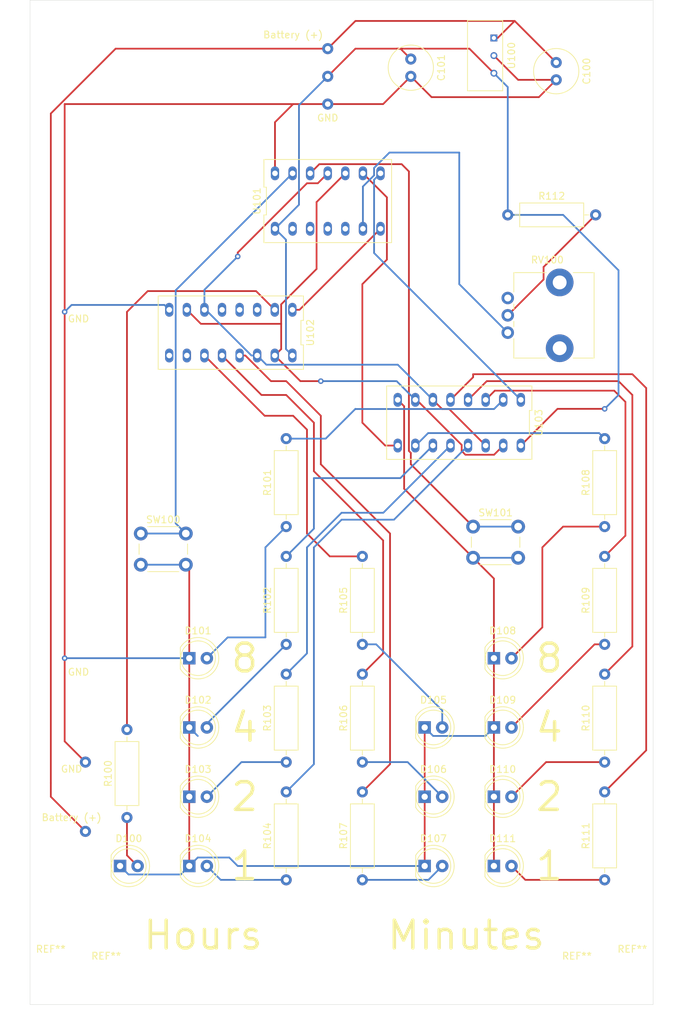
<source format=kicad_pcb>
(kicad_pcb (version 20171130) (host pcbnew 5.1.8-db9833491~87~ubuntu18.04.1)

  (general
    (thickness 1.6)
    (drawings 20)
    (tracks 250)
    (zones 0)
    (modules 38)
    (nets 47)
  )

  (page A4)
  (layers
    (0 F.Cu signal)
    (31 B.Cu signal)
    (32 B.Adhes user)
    (33 F.Adhes user)
    (34 B.Paste user)
    (35 F.Paste user)
    (36 B.SilkS user)
    (37 F.SilkS user)
    (38 B.Mask user)
    (39 F.Mask user)
    (40 Dwgs.User user)
    (41 Cmts.User user)
    (42 Eco1.User user)
    (43 Eco2.User user)
    (44 Edge.Cuts user)
    (45 Margin user)
    (46 B.CrtYd user)
    (47 F.CrtYd user)
    (48 B.Fab user)
    (49 F.Fab user)
  )

  (setup
    (last_trace_width 0.25)
    (trace_clearance 0.2)
    (zone_clearance 0.508)
    (zone_45_only no)
    (trace_min 0.2)
    (via_size 0.8)
    (via_drill 0.4)
    (via_min_size 0.4)
    (via_min_drill 0.3)
    (uvia_size 0.3)
    (uvia_drill 0.1)
    (uvias_allowed no)
    (uvia_min_size 0.2)
    (uvia_min_drill 0.1)
    (edge_width 0.05)
    (segment_width 0.2)
    (pcb_text_width 0.3)
    (pcb_text_size 1.5 1.5)
    (mod_edge_width 0.12)
    (mod_text_size 1 1)
    (mod_text_width 0.15)
    (pad_size 1.524 1.524)
    (pad_drill 0.762)
    (pad_to_mask_clearance 0)
    (aux_axis_origin 0 0)
    (visible_elements FFFFFF7F)
    (pcbplotparams
      (layerselection 0x210e0_ffffffff)
      (usegerberextensions false)
      (usegerberattributes true)
      (usegerberadvancedattributes true)
      (creategerberjobfile true)
      (excludeedgelayer true)
      (linewidth 0.100000)
      (plotframeref false)
      (viasonmask false)
      (mode 1)
      (useauxorigin false)
      (hpglpennumber 1)
      (hpglpenspeed 20)
      (hpglpendiameter 15.000000)
      (psnegative false)
      (psa4output false)
      (plotreference true)
      (plotvalue true)
      (plotinvisibletext false)
      (padsonsilk false)
      (subtractmaskfromsilk false)
      (outputformat 1)
      (mirror false)
      (drillshape 0)
      (scaleselection 1)
      (outputdirectory "gerber/"))
  )

  (net 0 "")
  (net 1 GND)
  (net 2 +BATT)
  (net 3 +3V3)
  (net 4 "Net-(D100-Pad2)")
  (net 5 "Net-(D101-Pad2)")
  (net 6 "Net-(D102-Pad2)")
  (net 7 "Net-(D103-Pad2)")
  (net 8 "Net-(D104-Pad2)")
  (net 9 "Net-(D105-Pad2)")
  (net 10 "Net-(D106-Pad2)")
  (net 11 "Net-(D107-Pad2)")
  (net 12 "Net-(D108-Pad2)")
  (net 13 "Net-(D109-Pad2)")
  (net 14 "Net-(D110-Pad2)")
  (net 15 "Net-(D111-Pad2)")
  (net 16 /HH_D1_B0)
  (net 17 /HH_D0_B3)
  (net 18 /HH_D0_B2)
  (net 19 /HH_D0_B1)
  (net 20 /HH_D0_B0)
  (net 21 /MM_D1_B2)
  (net 22 /MM_D1_B1)
  (net 23 /MM_D1_B0)
  (net 24 /MM_D0_B3)
  (net 25 /MM_D0_B2)
  (net 26 /MM_D0_B1)
  (net 27 /MM_D0_B0)
  (net 28 "Net-(R112-Pad2)")
  (net 29 "Net-(RV100-Pad3)")
  (net 30 "Net-(RV100-Pad1)")
  (net 31 "Net-(SW100-Pad1)")
  (net 32 "Net-(SW101-Pad1)")
  (net 33 "Net-(U101-Pad2)")
  (net 34 "Net-(U101-Pad3)")
  (net 35 /SR_RESET)
  (net 36 "Net-(U101-Pad4)")
  (net 37 /SR_DATA)
  (net 38 "Net-(U101-Pad5)")
  (net 39 /SR_CLK_1)
  (net 40 /SR_CLK_2)
  (net 41 /SR_CLK_3)
  (net 42 "Net-(U102-Pad9)")
  (net 43 "Net-(U102-Pad10)")
  (net 44 "Net-(U102-Pad5)")
  (net 45 "Net-(U102-Pad4)")
  (net 46 "Net-(U102-Pad3)")

  (net_class Default "This is the default net class."
    (clearance 0.2)
    (trace_width 0.25)
    (via_dia 0.8)
    (via_drill 0.4)
    (uvia_dia 0.3)
    (uvia_drill 0.1)
    (add_net +3V3)
    (add_net +BATT)
    (add_net /HH_D0_B0)
    (add_net /HH_D0_B1)
    (add_net /HH_D0_B2)
    (add_net /HH_D0_B3)
    (add_net /HH_D1_B0)
    (add_net /MM_D0_B0)
    (add_net /MM_D0_B1)
    (add_net /MM_D0_B2)
    (add_net /MM_D0_B3)
    (add_net /MM_D1_B0)
    (add_net /MM_D1_B1)
    (add_net /MM_D1_B2)
    (add_net /SR_CLK_1)
    (add_net /SR_CLK_2)
    (add_net /SR_CLK_3)
    (add_net /SR_DATA)
    (add_net /SR_RESET)
    (add_net GND)
    (add_net "Net-(D100-Pad2)")
    (add_net "Net-(D101-Pad2)")
    (add_net "Net-(D102-Pad2)")
    (add_net "Net-(D103-Pad2)")
    (add_net "Net-(D104-Pad2)")
    (add_net "Net-(D105-Pad2)")
    (add_net "Net-(D106-Pad2)")
    (add_net "Net-(D107-Pad2)")
    (add_net "Net-(D108-Pad2)")
    (add_net "Net-(D109-Pad2)")
    (add_net "Net-(D110-Pad2)")
    (add_net "Net-(D111-Pad2)")
    (add_net "Net-(R112-Pad2)")
    (add_net "Net-(RV100-Pad1)")
    (add_net "Net-(RV100-Pad3)")
    (add_net "Net-(SW100-Pad1)")
    (add_net "Net-(SW101-Pad1)")
    (add_net "Net-(U101-Pad2)")
    (add_net "Net-(U101-Pad3)")
    (add_net "Net-(U101-Pad4)")
    (add_net "Net-(U101-Pad5)")
    (add_net "Net-(U102-Pad10)")
    (add_net "Net-(U102-Pad3)")
    (add_net "Net-(U102-Pad4)")
    (add_net "Net-(U102-Pad5)")
    (add_net "Net-(U102-Pad9)")
  )

  (module MountingHole:MountingHole_4mm (layer F.Cu) (tedit 56D1B4CB) (tstamp 5FBBA94A)
    (at 167 172)
    (descr "Mounting Hole 4mm, no annular")
    (tags "mounting hole 4mm no annular")
    (attr virtual)
    (fp_text reference REF** (at 0 -5) (layer F.SilkS)
      (effects (font (size 1 1) (thickness 0.15)))
    )
    (fp_text value MountingHole_4mm (at 0 5) (layer F.Fab)
      (effects (font (size 1 1) (thickness 0.15)))
    )
    (fp_circle (center 0 0) (end 4 0) (layer Cmts.User) (width 0.15))
    (fp_circle (center 0 0) (end 4.25 0) (layer F.CrtYd) (width 0.05))
    (fp_text user %R (at 0.3 0) (layer F.Fab)
      (effects (font (size 1 1) (thickness 0.15)))
    )
    (pad 1 np_thru_hole circle (at 0 0) (size 4 4) (drill 4) (layers *.Cu *.Mask))
  )

  (module MountingHole:MountingHole_4mm (layer F.Cu) (tedit 56D1B4CB) (tstamp 5FBBA92D)
    (at 83 172)
    (descr "Mounting Hole 4mm, no annular")
    (tags "mounting hole 4mm no annular")
    (attr virtual)
    (fp_text reference REF** (at 0 -5) (layer F.SilkS)
      (effects (font (size 1 1) (thickness 0.15)))
    )
    (fp_text value MountingHole_4mm (at 0 5) (layer F.Fab)
      (effects (font (size 1 1) (thickness 0.15)))
    )
    (fp_circle (center 0 0) (end 4 0) (layer Cmts.User) (width 0.15))
    (fp_circle (center 0 0) (end 4.25 0) (layer F.CrtYd) (width 0.05))
    (fp_text user %R (at 0.3 0) (layer F.Fab)
      (effects (font (size 1 1) (thickness 0.15)))
    )
    (pad 1 np_thru_hole circle (at 0 0) (size 4 4) (drill 4) (layers *.Cu *.Mask))
  )

  (module MountingHole:MountingHole_3mm (layer F.Cu) (tedit 56D1B4CB) (tstamp 5FBBA902)
    (at 159 172)
    (descr "Mounting Hole 3mm, no annular")
    (tags "mounting hole 3mm no annular")
    (attr virtual)
    (fp_text reference REF** (at 0 -4) (layer F.SilkS)
      (effects (font (size 1 1) (thickness 0.15)))
    )
    (fp_text value MountingHole_3mm (at 0 4) (layer F.Fab)
      (effects (font (size 1 1) (thickness 0.15)))
    )
    (fp_circle (center 0 0) (end 3 0) (layer Cmts.User) (width 0.15))
    (fp_circle (center 0 0) (end 3.25 0) (layer F.CrtYd) (width 0.05))
    (fp_text user %R (at 0.3 0) (layer F.Fab)
      (effects (font (size 1 1) (thickness 0.15)))
    )
    (pad 1 np_thru_hole circle (at 0 0) (size 3 3) (drill 3) (layers *.Cu *.Mask))
  )

  (module MountingHole:MountingHole_3mm (layer F.Cu) (tedit 56D1B4CB) (tstamp 5FBBA8E5)
    (at 91 172)
    (descr "Mounting Hole 3mm, no annular")
    (tags "mounting hole 3mm no annular")
    (attr virtual)
    (fp_text reference REF** (at 0 -4) (layer F.SilkS)
      (effects (font (size 1 1) (thickness 0.15)))
    )
    (fp_text value MountingHole_3mm (at 0 4) (layer F.Fab)
      (effects (font (size 1 1) (thickness 0.15)))
    )
    (fp_circle (center 0 0) (end 3 0) (layer Cmts.User) (width 0.15))
    (fp_circle (center 0 0) (end 3.25 0) (layer F.CrtYd) (width 0.05))
    (fp_text user %R (at 0.3 0) (layer F.Fab)
      (effects (font (size 1 1) (thickness 0.15)))
    )
    (pad 1 np_thru_hole circle (at 0 0) (size 3 3) (drill 3) (layers *.Cu *.Mask))
  )

  (module cd4015b:cd4015b (layer F.Cu) (tedit 5FAE6594) (tstamp 5FB37056)
    (at 109 78 180)
    (descr "CMOS Dual 4-Stage Static Shift Register")
    (tags "shift register serial parallel")
    (path /5FA78260)
    (fp_text reference U102 (at -11.49 0 90) (layer F.SilkS)
      (effects (font (size 1 1) (thickness 0.15)))
    )
    (fp_text value cd4015b (at 0 0) (layer F.Fab)
      (effects (font (size 1 1) (thickness 0.15)))
    )
    (fp_line (start -9.74 4.55) (end -9.74 -4.55) (layer F.CrtYd) (width 0.05))
    (fp_line (start 9.74 4.55) (end -9.74 4.55) (layer F.CrtYd) (width 0.05))
    (fp_line (start 9.74 -4.55) (end 9.74 4.55) (layer F.CrtYd) (width 0.05))
    (fp_line (start -9.74 -4.55) (end 9.74 -4.55) (layer F.CrtYd) (width 0.05))
    (fp_line (start -10.49 1.766666) (end -10.49 5.299999) (layer F.SilkS) (width 0.12))
    (fp_line (start -10.13 1.766666) (end -10.49 1.766666) (layer F.SilkS) (width 0.12))
    (fp_line (start -10.13 -1.766666) (end -10.13 1.766666) (layer F.SilkS) (width 0.12))
    (fp_line (start -10.49 -1.766666) (end -10.13 -1.766666) (layer F.SilkS) (width 0.12))
    (fp_line (start -10.49 -5.3) (end -10.49 -1.766666) (layer F.SilkS) (width 0.12))
    (fp_line (start 10.49 -5.299999) (end -10.49 -5.3) (layer F.SilkS) (width 0.12))
    (fp_line (start 10.49 5.3) (end 10.49 -5.299999) (layer F.SilkS) (width 0.12))
    (fp_line (start -10.49 5.299999) (end 10.49 5.3) (layer F.SilkS) (width 0.12))
    (pad 8 thru_hole oval (at 8.89 3.3 180) (size 1.2 2) (drill 0.8) (layers *.Cu *.Mask)
      (net 1 GND))
    (pad 9 thru_hole oval (at 8.89 -3.3 180) (size 1.2 2) (drill 0.8) (layers *.Cu *.Mask)
      (net 42 "Net-(U102-Pad9)"))
    (pad 7 thru_hole oval (at 6.35 3.3 180) (size 1.2 2) (drill 0.8) (layers *.Cu *.Mask)
      (net 37 /SR_DATA))
    (pad 10 thru_hole oval (at 6.35 -3.3 180) (size 1.2 2) (drill 0.8) (layers *.Cu *.Mask)
      (net 43 "Net-(U102-Pad10)"))
    (pad 6 thru_hole oval (at 3.81 3.3 180) (size 1.2 2) (drill 0.8) (layers *.Cu *.Mask)
      (net 35 /SR_RESET))
    (pad 11 thru_hole oval (at 3.81 -3.3 180) (size 1.2 2) (drill 0.8) (layers *.Cu *.Mask)
      (net 21 /MM_D1_B2))
    (pad 5 thru_hole oval (at 1.27 3.3 180) (size 1.2 2) (drill 0.8) (layers *.Cu *.Mask)
      (net 44 "Net-(U102-Pad5)"))
    (pad 12 thru_hole oval (at 1.27 -3.3 180) (size 1.2 2) (drill 0.8) (layers *.Cu *.Mask)
      (net 22 /MM_D1_B1))
    (pad 4 thru_hole oval (at -1.27 3.3 180) (size 1.2 2) (drill 0.8) (layers *.Cu *.Mask)
      (net 45 "Net-(U102-Pad4)"))
    (pad 13 thru_hole oval (at -1.27 -3.3 180) (size 1.2 2) (drill 0.8) (layers *.Cu *.Mask)
      (net 23 /MM_D1_B0))
    (pad 3 thru_hole oval (at -3.81 3.3 180) (size 1.2 2) (drill 0.8) (layers *.Cu *.Mask)
      (net 46 "Net-(U102-Pad3)"))
    (pad 14 thru_hole oval (at -3.81 -3.3 180) (size 1.2 2) (drill 0.8) (layers *.Cu *.Mask)
      (net 35 /SR_RESET))
    (pad 2 thru_hole oval (at -6.35 3.3 180) (size 1.2 2) (drill 0.8) (layers *.Cu *.Mask)
      (net 16 /HH_D1_B0))
    (pad 15 thru_hole oval (at -6.35 -3.3 180) (size 1.2 2) (drill 0.8) (layers *.Cu *.Mask)
      (net 37 /SR_DATA))
    (pad 1 thru_hole oval (at -8.89 3.3 180) (size 1.2 2) (drill 0.8) (layers *.Cu *.Mask)
      (net 41 /SR_CLK_3))
    (pad 16 thru_hole oval (at -8.89 -3.3 180) (size 1.2 2) (drill 0.8) (layers *.Cu *.Mask)
      (net 3 +3V3))
  )

  (module Capacitor_THT:C_Radial_D6.3mm_H5.0mm_P2.50mm (layer F.Cu) (tedit 5BC5C9B9) (tstamp 5FB36DA6)
    (at 156 39 270)
    (descr "C, Radial series, Radial, pin pitch=2.50mm, diameter=6.3mm, height=5mm, Non-Polar Electrolytic Capacitor")
    (tags "C Radial series Radial pin pitch 2.50mm diameter 6.3mm height 5mm Non-Polar Electrolytic Capacitor")
    (path /5FA3E0D2)
    (fp_text reference C100 (at 1.25 -4.4 90) (layer F.SilkS)
      (effects (font (size 1 1) (thickness 0.15)))
    )
    (fp_text value 0.33uC (at 1.25 4.4 90) (layer F.Fab)
      (effects (font (size 1 1) (thickness 0.15)))
    )
    (fp_circle (center 1.25 0) (end 4.65 0) (layer F.CrtYd) (width 0.05))
    (fp_circle (center 1.25 0) (end 4.52 0) (layer F.SilkS) (width 0.12))
    (fp_circle (center 1.25 0) (end 4.4 0) (layer F.Fab) (width 0.1))
    (fp_text user %R (at 1.25 0 90) (layer F.Fab)
      (effects (font (size 1 1) (thickness 0.15)))
    )
    (pad 2 thru_hole circle (at 2.5 0 270) (size 1.6 1.6) (drill 0.8) (layers *.Cu *.Mask)
      (net 1 GND))
    (pad 1 thru_hole circle (at 0 0 270) (size 1.6 1.6) (drill 0.8) (layers *.Cu *.Mask)
      (net 2 +BATT))
    (model ${KISYS3DMOD}/Capacitor_THT.3dshapes/C_Radial_D6.3mm_H5.0mm_P2.50mm.wrl
      (at (xyz 0 0 0))
      (scale (xyz 1 1 1))
      (rotate (xyz 0 0 0))
    )
  )

  (module Capacitor_THT:C_Radial_D6.3mm_H5.0mm_P2.50mm (layer F.Cu) (tedit 5BC5C9B9) (tstamp 5FB36DB0)
    (at 135 38.5 270)
    (descr "C, Radial series, Radial, pin pitch=2.50mm, diameter=6.3mm, height=5mm, Non-Polar Electrolytic Capacitor")
    (tags "C Radial series Radial pin pitch 2.50mm diameter 6.3mm height 5mm Non-Polar Electrolytic Capacitor")
    (path /5FA3E399)
    (fp_text reference C101 (at 1.25 -4.4 90) (layer F.SilkS)
      (effects (font (size 1 1) (thickness 0.15)))
    )
    (fp_text value 0.1uC (at 1.25 4.4 90) (layer F.Fab)
      (effects (font (size 1 1) (thickness 0.15)))
    )
    (fp_circle (center 1.25 0) (end 4.4 0) (layer F.Fab) (width 0.1))
    (fp_circle (center 1.25 0) (end 4.52 0) (layer F.SilkS) (width 0.12))
    (fp_circle (center 1.25 0) (end 4.65 0) (layer F.CrtYd) (width 0.05))
    (fp_text user %R (at 1.25 0 90) (layer F.Fab)
      (effects (font (size 1 1) (thickness 0.15)))
    )
    (pad 1 thru_hole circle (at 0 0 270) (size 1.6 1.6) (drill 0.8) (layers *.Cu *.Mask)
      (net 3 +3V3))
    (pad 2 thru_hole circle (at 2.5 0 270) (size 1.6 1.6) (drill 0.8) (layers *.Cu *.Mask)
      (net 1 GND))
    (model ${KISYS3DMOD}/Capacitor_THT.3dshapes/C_Radial_D6.3mm_H5.0mm_P2.50mm.wrl
      (at (xyz 0 0 0))
      (scale (xyz 1 1 1))
      (rotate (xyz 0 0 0))
    )
  )

  (module LED_THT:LED_D5.0mm (layer F.Cu) (tedit 5995936A) (tstamp 5FB36DC2)
    (at 93 155)
    (descr "LED, diameter 5.0mm, 2 pins, http://cdn-reichelt.de/documents/datenblatt/A500/LL-504BC2E-009.pdf")
    (tags "LED diameter 5.0mm 2 pins")
    (path /5FA85B78)
    (fp_text reference D100 (at 1.27 -3.96) (layer F.SilkS)
      (effects (font (size 1 1) (thickness 0.15)))
    )
    (fp_text value LED (at 1.27 3.96) (layer F.Fab)
      (effects (font (size 1 1) (thickness 0.15)))
    )
    (fp_circle (center 1.27 0) (end 3.77 0) (layer F.Fab) (width 0.1))
    (fp_circle (center 1.27 0) (end 3.77 0) (layer F.SilkS) (width 0.12))
    (fp_line (start -1.23 -1.469694) (end -1.23 1.469694) (layer F.Fab) (width 0.1))
    (fp_line (start -1.29 -1.545) (end -1.29 1.545) (layer F.SilkS) (width 0.12))
    (fp_line (start -1.95 -3.25) (end -1.95 3.25) (layer F.CrtYd) (width 0.05))
    (fp_line (start -1.95 3.25) (end 4.5 3.25) (layer F.CrtYd) (width 0.05))
    (fp_line (start 4.5 3.25) (end 4.5 -3.25) (layer F.CrtYd) (width 0.05))
    (fp_line (start 4.5 -3.25) (end -1.95 -3.25) (layer F.CrtYd) (width 0.05))
    (fp_arc (start 1.27 0) (end -1.23 -1.469694) (angle 299.1) (layer F.Fab) (width 0.1))
    (fp_arc (start 1.27 0) (end -1.29 -1.54483) (angle 148.9) (layer F.SilkS) (width 0.12))
    (fp_arc (start 1.27 0) (end -1.29 1.54483) (angle -148.9) (layer F.SilkS) (width 0.12))
    (fp_text user %R (at 1.25 0) (layer F.Fab)
      (effects (font (size 0.8 0.8) (thickness 0.2)))
    )
    (pad 1 thru_hole rect (at 0 0) (size 1.8 1.8) (drill 0.9) (layers *.Cu *.Mask)
      (net 1 GND))
    (pad 2 thru_hole circle (at 2.54 0) (size 1.8 1.8) (drill 0.9) (layers *.Cu *.Mask)
      (net 4 "Net-(D100-Pad2)"))
    (model ${KISYS3DMOD}/LED_THT.3dshapes/LED_D5.0mm.wrl
      (at (xyz 0 0 0))
      (scale (xyz 1 1 1))
      (rotate (xyz 0 0 0))
    )
  )

  (module LED_THT:LED_D5.0mm (layer F.Cu) (tedit 5995936A) (tstamp 5FB36DD4)
    (at 103 125)
    (descr "LED, diameter 5.0mm, 2 pins, http://cdn-reichelt.de/documents/datenblatt/A500/LL-504BC2E-009.pdf")
    (tags "LED diameter 5.0mm 2 pins")
    (path /5FA85B7E)
    (fp_text reference D101 (at 1.27 -3.96) (layer F.SilkS)
      (effects (font (size 1 1) (thickness 0.15)))
    )
    (fp_text value LED (at 1.27 3.96) (layer F.Fab)
      (effects (font (size 1 1) (thickness 0.15)))
    )
    (fp_line (start 4.5 -3.25) (end -1.95 -3.25) (layer F.CrtYd) (width 0.05))
    (fp_line (start 4.5 3.25) (end 4.5 -3.25) (layer F.CrtYd) (width 0.05))
    (fp_line (start -1.95 3.25) (end 4.5 3.25) (layer F.CrtYd) (width 0.05))
    (fp_line (start -1.95 -3.25) (end -1.95 3.25) (layer F.CrtYd) (width 0.05))
    (fp_line (start -1.29 -1.545) (end -1.29 1.545) (layer F.SilkS) (width 0.12))
    (fp_line (start -1.23 -1.469694) (end -1.23 1.469694) (layer F.Fab) (width 0.1))
    (fp_circle (center 1.27 0) (end 3.77 0) (layer F.SilkS) (width 0.12))
    (fp_circle (center 1.27 0) (end 3.77 0) (layer F.Fab) (width 0.1))
    (fp_text user %R (at 1.25 0) (layer F.Fab)
      (effects (font (size 0.8 0.8) (thickness 0.2)))
    )
    (fp_arc (start 1.27 0) (end -1.29 1.54483) (angle -148.9) (layer F.SilkS) (width 0.12))
    (fp_arc (start 1.27 0) (end -1.29 -1.54483) (angle 148.9) (layer F.SilkS) (width 0.12))
    (fp_arc (start 1.27 0) (end -1.23 -1.469694) (angle 299.1) (layer F.Fab) (width 0.1))
    (pad 2 thru_hole circle (at 2.54 0) (size 1.8 1.8) (drill 0.9) (layers *.Cu *.Mask)
      (net 5 "Net-(D101-Pad2)"))
    (pad 1 thru_hole rect (at 0 0) (size 1.8 1.8) (drill 0.9) (layers *.Cu *.Mask)
      (net 1 GND))
    (model ${KISYS3DMOD}/LED_THT.3dshapes/LED_D5.0mm.wrl
      (at (xyz 0 0 0))
      (scale (xyz 1 1 1))
      (rotate (xyz 0 0 0))
    )
  )

  (module LED_THT:LED_D5.0mm (layer F.Cu) (tedit 5995936A) (tstamp 5FB36DE6)
    (at 103 135)
    (descr "LED, diameter 5.0mm, 2 pins, http://cdn-reichelt.de/documents/datenblatt/A500/LL-504BC2E-009.pdf")
    (tags "LED diameter 5.0mm 2 pins")
    (path /5FA85B6C)
    (fp_text reference D102 (at 1.27 -3.96) (layer F.SilkS)
      (effects (font (size 1 1) (thickness 0.15)))
    )
    (fp_text value LED (at 1.27 3.96) (layer F.Fab)
      (effects (font (size 1 1) (thickness 0.15)))
    )
    (fp_line (start 4.5 -3.25) (end -1.95 -3.25) (layer F.CrtYd) (width 0.05))
    (fp_line (start 4.5 3.25) (end 4.5 -3.25) (layer F.CrtYd) (width 0.05))
    (fp_line (start -1.95 3.25) (end 4.5 3.25) (layer F.CrtYd) (width 0.05))
    (fp_line (start -1.95 -3.25) (end -1.95 3.25) (layer F.CrtYd) (width 0.05))
    (fp_line (start -1.29 -1.545) (end -1.29 1.545) (layer F.SilkS) (width 0.12))
    (fp_line (start -1.23 -1.469694) (end -1.23 1.469694) (layer F.Fab) (width 0.1))
    (fp_circle (center 1.27 0) (end 3.77 0) (layer F.SilkS) (width 0.12))
    (fp_circle (center 1.27 0) (end 3.77 0) (layer F.Fab) (width 0.1))
    (fp_text user %R (at 1.25 0) (layer F.Fab)
      (effects (font (size 0.8 0.8) (thickness 0.2)))
    )
    (fp_arc (start 1.27 0) (end -1.29 1.54483) (angle -148.9) (layer F.SilkS) (width 0.12))
    (fp_arc (start 1.27 0) (end -1.29 -1.54483) (angle 148.9) (layer F.SilkS) (width 0.12))
    (fp_arc (start 1.27 0) (end -1.23 -1.469694) (angle 299.1) (layer F.Fab) (width 0.1))
    (pad 2 thru_hole circle (at 2.54 0) (size 1.8 1.8) (drill 0.9) (layers *.Cu *.Mask)
      (net 6 "Net-(D102-Pad2)"))
    (pad 1 thru_hole rect (at 0 0) (size 1.8 1.8) (drill 0.9) (layers *.Cu *.Mask)
      (net 1 GND))
    (model ${KISYS3DMOD}/LED_THT.3dshapes/LED_D5.0mm.wrl
      (at (xyz 0 0 0))
      (scale (xyz 1 1 1))
      (rotate (xyz 0 0 0))
    )
  )

  (module LED_THT:LED_D5.0mm (layer F.Cu) (tedit 5995936A) (tstamp 5FB36DF8)
    (at 103 145)
    (descr "LED, diameter 5.0mm, 2 pins, http://cdn-reichelt.de/documents/datenblatt/A500/LL-504BC2E-009.pdf")
    (tags "LED diameter 5.0mm 2 pins")
    (path /5FA85B72)
    (fp_text reference D103 (at 1.27 -3.96) (layer F.SilkS)
      (effects (font (size 1 1) (thickness 0.15)))
    )
    (fp_text value LED (at 1.27 3.96) (layer F.Fab)
      (effects (font (size 1 1) (thickness 0.15)))
    )
    (fp_circle (center 1.27 0) (end 3.77 0) (layer F.Fab) (width 0.1))
    (fp_circle (center 1.27 0) (end 3.77 0) (layer F.SilkS) (width 0.12))
    (fp_line (start -1.23 -1.469694) (end -1.23 1.469694) (layer F.Fab) (width 0.1))
    (fp_line (start -1.29 -1.545) (end -1.29 1.545) (layer F.SilkS) (width 0.12))
    (fp_line (start -1.95 -3.25) (end -1.95 3.25) (layer F.CrtYd) (width 0.05))
    (fp_line (start -1.95 3.25) (end 4.5 3.25) (layer F.CrtYd) (width 0.05))
    (fp_line (start 4.5 3.25) (end 4.5 -3.25) (layer F.CrtYd) (width 0.05))
    (fp_line (start 4.5 -3.25) (end -1.95 -3.25) (layer F.CrtYd) (width 0.05))
    (fp_arc (start 1.27 0) (end -1.23 -1.469694) (angle 299.1) (layer F.Fab) (width 0.1))
    (fp_arc (start 1.27 0) (end -1.29 -1.54483) (angle 148.9) (layer F.SilkS) (width 0.12))
    (fp_arc (start 1.27 0) (end -1.29 1.54483) (angle -148.9) (layer F.SilkS) (width 0.12))
    (fp_text user %R (at 1.25 0) (layer F.Fab)
      (effects (font (size 0.8 0.8) (thickness 0.2)))
    )
    (pad 1 thru_hole rect (at 0 0) (size 1.8 1.8) (drill 0.9) (layers *.Cu *.Mask)
      (net 1 GND))
    (pad 2 thru_hole circle (at 2.54 0) (size 1.8 1.8) (drill 0.9) (layers *.Cu *.Mask)
      (net 7 "Net-(D103-Pad2)"))
    (model ${KISYS3DMOD}/LED_THT.3dshapes/LED_D5.0mm.wrl
      (at (xyz 0 0 0))
      (scale (xyz 1 1 1))
      (rotate (xyz 0 0 0))
    )
  )

  (module LED_THT:LED_D5.0mm (layer F.Cu) (tedit 5995936A) (tstamp 5FB36E0A)
    (at 103 155)
    (descr "LED, diameter 5.0mm, 2 pins, http://cdn-reichelt.de/documents/datenblatt/A500/LL-504BC2E-009.pdf")
    (tags "LED diameter 5.0mm 2 pins")
    (path /5FA7E332)
    (fp_text reference D104 (at 1.27 -3.96) (layer F.SilkS)
      (effects (font (size 1 1) (thickness 0.15)))
    )
    (fp_text value LED (at 1.27 3.96) (layer F.Fab)
      (effects (font (size 1 1) (thickness 0.15)))
    )
    (fp_line (start 4.5 -3.25) (end -1.95 -3.25) (layer F.CrtYd) (width 0.05))
    (fp_line (start 4.5 3.25) (end 4.5 -3.25) (layer F.CrtYd) (width 0.05))
    (fp_line (start -1.95 3.25) (end 4.5 3.25) (layer F.CrtYd) (width 0.05))
    (fp_line (start -1.95 -3.25) (end -1.95 3.25) (layer F.CrtYd) (width 0.05))
    (fp_line (start -1.29 -1.545) (end -1.29 1.545) (layer F.SilkS) (width 0.12))
    (fp_line (start -1.23 -1.469694) (end -1.23 1.469694) (layer F.Fab) (width 0.1))
    (fp_circle (center 1.27 0) (end 3.77 0) (layer F.SilkS) (width 0.12))
    (fp_circle (center 1.27 0) (end 3.77 0) (layer F.Fab) (width 0.1))
    (fp_text user %R (at 1.25 0) (layer F.Fab)
      (effects (font (size 0.8 0.8) (thickness 0.2)))
    )
    (fp_arc (start 1.27 0) (end -1.29 1.54483) (angle -148.9) (layer F.SilkS) (width 0.12))
    (fp_arc (start 1.27 0) (end -1.29 -1.54483) (angle 148.9) (layer F.SilkS) (width 0.12))
    (fp_arc (start 1.27 0) (end -1.23 -1.469694) (angle 299.1) (layer F.Fab) (width 0.1))
    (pad 2 thru_hole circle (at 2.54 0) (size 1.8 1.8) (drill 0.9) (layers *.Cu *.Mask)
      (net 8 "Net-(D104-Pad2)"))
    (pad 1 thru_hole rect (at 0 0) (size 1.8 1.8) (drill 0.9) (layers *.Cu *.Mask)
      (net 1 GND))
    (model ${KISYS3DMOD}/LED_THT.3dshapes/LED_D5.0mm.wrl
      (at (xyz 0 0 0))
      (scale (xyz 1 1 1))
      (rotate (xyz 0 0 0))
    )
  )

  (module LED_THT:LED_D5.0mm (layer F.Cu) (tedit 5995936A) (tstamp 5FB36E1C)
    (at 137 135)
    (descr "LED, diameter 5.0mm, 2 pins, http://cdn-reichelt.de/documents/datenblatt/A500/LL-504BC2E-009.pdf")
    (tags "LED diameter 5.0mm 2 pins")
    (path /5FA7E338)
    (fp_text reference D105 (at 1.27 -3.96) (layer F.SilkS)
      (effects (font (size 1 1) (thickness 0.15)))
    )
    (fp_text value LED (at 1.27 3.96) (layer F.Fab)
      (effects (font (size 1 1) (thickness 0.15)))
    )
    (fp_circle (center 1.27 0) (end 3.77 0) (layer F.Fab) (width 0.1))
    (fp_circle (center 1.27 0) (end 3.77 0) (layer F.SilkS) (width 0.12))
    (fp_line (start -1.23 -1.469694) (end -1.23 1.469694) (layer F.Fab) (width 0.1))
    (fp_line (start -1.29 -1.545) (end -1.29 1.545) (layer F.SilkS) (width 0.12))
    (fp_line (start -1.95 -3.25) (end -1.95 3.25) (layer F.CrtYd) (width 0.05))
    (fp_line (start -1.95 3.25) (end 4.5 3.25) (layer F.CrtYd) (width 0.05))
    (fp_line (start 4.5 3.25) (end 4.5 -3.25) (layer F.CrtYd) (width 0.05))
    (fp_line (start 4.5 -3.25) (end -1.95 -3.25) (layer F.CrtYd) (width 0.05))
    (fp_arc (start 1.27 0) (end -1.23 -1.469694) (angle 299.1) (layer F.Fab) (width 0.1))
    (fp_arc (start 1.27 0) (end -1.29 -1.54483) (angle 148.9) (layer F.SilkS) (width 0.12))
    (fp_arc (start 1.27 0) (end -1.29 1.54483) (angle -148.9) (layer F.SilkS) (width 0.12))
    (fp_text user %R (at 1.25 0) (layer F.Fab)
      (effects (font (size 0.8 0.8) (thickness 0.2)))
    )
    (pad 1 thru_hole rect (at 0 0) (size 1.8 1.8) (drill 0.9) (layers *.Cu *.Mask)
      (net 1 GND))
    (pad 2 thru_hole circle (at 2.54 0) (size 1.8 1.8) (drill 0.9) (layers *.Cu *.Mask)
      (net 9 "Net-(D105-Pad2)"))
    (model ${KISYS3DMOD}/LED_THT.3dshapes/LED_D5.0mm.wrl
      (at (xyz 0 0 0))
      (scale (xyz 1 1 1))
      (rotate (xyz 0 0 0))
    )
  )

  (module LED_THT:LED_D5.0mm (layer F.Cu) (tedit 5995936A) (tstamp 5FB36E2E)
    (at 137 145)
    (descr "LED, diameter 5.0mm, 2 pins, http://cdn-reichelt.de/documents/datenblatt/A500/LL-504BC2E-009.pdf")
    (tags "LED diameter 5.0mm 2 pins")
    (path /5FA7D3E7)
    (fp_text reference D106 (at 1.27 -3.96) (layer F.SilkS)
      (effects (font (size 1 1) (thickness 0.15)))
    )
    (fp_text value LED (at 1.27 3.96) (layer F.Fab)
      (effects (font (size 1 1) (thickness 0.15)))
    )
    (fp_line (start 4.5 -3.25) (end -1.95 -3.25) (layer F.CrtYd) (width 0.05))
    (fp_line (start 4.5 3.25) (end 4.5 -3.25) (layer F.CrtYd) (width 0.05))
    (fp_line (start -1.95 3.25) (end 4.5 3.25) (layer F.CrtYd) (width 0.05))
    (fp_line (start -1.95 -3.25) (end -1.95 3.25) (layer F.CrtYd) (width 0.05))
    (fp_line (start -1.29 -1.545) (end -1.29 1.545) (layer F.SilkS) (width 0.12))
    (fp_line (start -1.23 -1.469694) (end -1.23 1.469694) (layer F.Fab) (width 0.1))
    (fp_circle (center 1.27 0) (end 3.77 0) (layer F.SilkS) (width 0.12))
    (fp_circle (center 1.27 0) (end 3.77 0) (layer F.Fab) (width 0.1))
    (fp_text user %R (at 1.25 0) (layer F.Fab)
      (effects (font (size 0.8 0.8) (thickness 0.2)))
    )
    (fp_arc (start 1.27 0) (end -1.29 1.54483) (angle -148.9) (layer F.SilkS) (width 0.12))
    (fp_arc (start 1.27 0) (end -1.29 -1.54483) (angle 148.9) (layer F.SilkS) (width 0.12))
    (fp_arc (start 1.27 0) (end -1.23 -1.469694) (angle 299.1) (layer F.Fab) (width 0.1))
    (pad 2 thru_hole circle (at 2.54 0) (size 1.8 1.8) (drill 0.9) (layers *.Cu *.Mask)
      (net 10 "Net-(D106-Pad2)"))
    (pad 1 thru_hole rect (at 0 0) (size 1.8 1.8) (drill 0.9) (layers *.Cu *.Mask)
      (net 1 GND))
    (model ${KISYS3DMOD}/LED_THT.3dshapes/LED_D5.0mm.wrl
      (at (xyz 0 0 0))
      (scale (xyz 1 1 1))
      (rotate (xyz 0 0 0))
    )
  )

  (module LED_THT:LED_D5.0mm (layer F.Cu) (tedit 5995936A) (tstamp 5FB36E40)
    (at 137 155)
    (descr "LED, diameter 5.0mm, 2 pins, http://cdn-reichelt.de/documents/datenblatt/A500/LL-504BC2E-009.pdf")
    (tags "LED diameter 5.0mm 2 pins")
    (path /5FA7D78D)
    (fp_text reference D107 (at 1.27 -3.96) (layer F.SilkS)
      (effects (font (size 1 1) (thickness 0.15)))
    )
    (fp_text value LED (at 1.27 3.96) (layer F.Fab)
      (effects (font (size 1 1) (thickness 0.15)))
    )
    (fp_circle (center 1.27 0) (end 3.77 0) (layer F.Fab) (width 0.1))
    (fp_circle (center 1.27 0) (end 3.77 0) (layer F.SilkS) (width 0.12))
    (fp_line (start -1.23 -1.469694) (end -1.23 1.469694) (layer F.Fab) (width 0.1))
    (fp_line (start -1.29 -1.545) (end -1.29 1.545) (layer F.SilkS) (width 0.12))
    (fp_line (start -1.95 -3.25) (end -1.95 3.25) (layer F.CrtYd) (width 0.05))
    (fp_line (start -1.95 3.25) (end 4.5 3.25) (layer F.CrtYd) (width 0.05))
    (fp_line (start 4.5 3.25) (end 4.5 -3.25) (layer F.CrtYd) (width 0.05))
    (fp_line (start 4.5 -3.25) (end -1.95 -3.25) (layer F.CrtYd) (width 0.05))
    (fp_arc (start 1.27 0) (end -1.23 -1.469694) (angle 299.1) (layer F.Fab) (width 0.1))
    (fp_arc (start 1.27 0) (end -1.29 -1.54483) (angle 148.9) (layer F.SilkS) (width 0.12))
    (fp_arc (start 1.27 0) (end -1.29 1.54483) (angle -148.9) (layer F.SilkS) (width 0.12))
    (fp_text user %R (at 1.25 0) (layer F.Fab)
      (effects (font (size 0.8 0.8) (thickness 0.2)))
    )
    (pad 1 thru_hole rect (at 0 0) (size 1.8 1.8) (drill 0.9) (layers *.Cu *.Mask)
      (net 1 GND))
    (pad 2 thru_hole circle (at 2.54 0) (size 1.8 1.8) (drill 0.9) (layers *.Cu *.Mask)
      (net 11 "Net-(D107-Pad2)"))
    (model ${KISYS3DMOD}/LED_THT.3dshapes/LED_D5.0mm.wrl
      (at (xyz 0 0 0))
      (scale (xyz 1 1 1))
      (rotate (xyz 0 0 0))
    )
  )

  (module LED_THT:LED_D5.0mm (layer F.Cu) (tedit 5995936A) (tstamp 5FB36E52)
    (at 147 125)
    (descr "LED, diameter 5.0mm, 2 pins, http://cdn-reichelt.de/documents/datenblatt/A500/LL-504BC2E-009.pdf")
    (tags "LED diameter 5.0mm 2 pins")
    (path /5FA82932)
    (fp_text reference D108 (at 1.27 -3.96) (layer F.SilkS)
      (effects (font (size 1 1) (thickness 0.15)))
    )
    (fp_text value LED (at 1.27 3.96) (layer F.Fab)
      (effects (font (size 1 1) (thickness 0.15)))
    )
    (fp_line (start 4.5 -3.25) (end -1.95 -3.25) (layer F.CrtYd) (width 0.05))
    (fp_line (start 4.5 3.25) (end 4.5 -3.25) (layer F.CrtYd) (width 0.05))
    (fp_line (start -1.95 3.25) (end 4.5 3.25) (layer F.CrtYd) (width 0.05))
    (fp_line (start -1.95 -3.25) (end -1.95 3.25) (layer F.CrtYd) (width 0.05))
    (fp_line (start -1.29 -1.545) (end -1.29 1.545) (layer F.SilkS) (width 0.12))
    (fp_line (start -1.23 -1.469694) (end -1.23 1.469694) (layer F.Fab) (width 0.1))
    (fp_circle (center 1.27 0) (end 3.77 0) (layer F.SilkS) (width 0.12))
    (fp_circle (center 1.27 0) (end 3.77 0) (layer F.Fab) (width 0.1))
    (fp_text user %R (at 1.25 0) (layer F.Fab)
      (effects (font (size 0.8 0.8) (thickness 0.2)))
    )
    (fp_arc (start 1.27 0) (end -1.29 1.54483) (angle -148.9) (layer F.SilkS) (width 0.12))
    (fp_arc (start 1.27 0) (end -1.29 -1.54483) (angle 148.9) (layer F.SilkS) (width 0.12))
    (fp_arc (start 1.27 0) (end -1.23 -1.469694) (angle 299.1) (layer F.Fab) (width 0.1))
    (pad 2 thru_hole circle (at 2.54 0) (size 1.8 1.8) (drill 0.9) (layers *.Cu *.Mask)
      (net 12 "Net-(D108-Pad2)"))
    (pad 1 thru_hole rect (at 0 0) (size 1.8 1.8) (drill 0.9) (layers *.Cu *.Mask)
      (net 1 GND))
    (model ${KISYS3DMOD}/LED_THT.3dshapes/LED_D5.0mm.wrl
      (at (xyz 0 0 0))
      (scale (xyz 1 1 1))
      (rotate (xyz 0 0 0))
    )
  )

  (module LED_THT:LED_D5.0mm (layer F.Cu) (tedit 5995936A) (tstamp 5FB36E64)
    (at 147 135)
    (descr "LED, diameter 5.0mm, 2 pins, http://cdn-reichelt.de/documents/datenblatt/A500/LL-504BC2E-009.pdf")
    (tags "LED diameter 5.0mm 2 pins")
    (path /5FA82938)
    (fp_text reference D109 (at 1.27 -3.96) (layer F.SilkS)
      (effects (font (size 1 1) (thickness 0.15)))
    )
    (fp_text value LED (at 1.27 3.96) (layer F.Fab)
      (effects (font (size 1 1) (thickness 0.15)))
    )
    (fp_circle (center 1.27 0) (end 3.77 0) (layer F.Fab) (width 0.1))
    (fp_circle (center 1.27 0) (end 3.77 0) (layer F.SilkS) (width 0.12))
    (fp_line (start -1.23 -1.469694) (end -1.23 1.469694) (layer F.Fab) (width 0.1))
    (fp_line (start -1.29 -1.545) (end -1.29 1.545) (layer F.SilkS) (width 0.12))
    (fp_line (start -1.95 -3.25) (end -1.95 3.25) (layer F.CrtYd) (width 0.05))
    (fp_line (start -1.95 3.25) (end 4.5 3.25) (layer F.CrtYd) (width 0.05))
    (fp_line (start 4.5 3.25) (end 4.5 -3.25) (layer F.CrtYd) (width 0.05))
    (fp_line (start 4.5 -3.25) (end -1.95 -3.25) (layer F.CrtYd) (width 0.05))
    (fp_arc (start 1.27 0) (end -1.23 -1.469694) (angle 299.1) (layer F.Fab) (width 0.1))
    (fp_arc (start 1.27 0) (end -1.29 -1.54483) (angle 148.9) (layer F.SilkS) (width 0.12))
    (fp_arc (start 1.27 0) (end -1.29 1.54483) (angle -148.9) (layer F.SilkS) (width 0.12))
    (fp_text user %R (at 1.25 0) (layer F.Fab)
      (effects (font (size 0.8 0.8) (thickness 0.2)))
    )
    (pad 1 thru_hole rect (at 0 0) (size 1.8 1.8) (drill 0.9) (layers *.Cu *.Mask)
      (net 1 GND))
    (pad 2 thru_hole circle (at 2.54 0) (size 1.8 1.8) (drill 0.9) (layers *.Cu *.Mask)
      (net 13 "Net-(D109-Pad2)"))
    (model ${KISYS3DMOD}/LED_THT.3dshapes/LED_D5.0mm.wrl
      (at (xyz 0 0 0))
      (scale (xyz 1 1 1))
      (rotate (xyz 0 0 0))
    )
  )

  (module LED_THT:LED_D5.0mm (layer F.Cu) (tedit 5995936A) (tstamp 5FB36E76)
    (at 147 145)
    (descr "LED, diameter 5.0mm, 2 pins, http://cdn-reichelt.de/documents/datenblatt/A500/LL-504BC2E-009.pdf")
    (tags "LED diameter 5.0mm 2 pins")
    (path /5FA82926)
    (fp_text reference D110 (at 1.27 -3.96) (layer F.SilkS)
      (effects (font (size 1 1) (thickness 0.15)))
    )
    (fp_text value LED (at 1.27 3.96) (layer F.Fab)
      (effects (font (size 1 1) (thickness 0.15)))
    )
    (fp_line (start 4.5 -3.25) (end -1.95 -3.25) (layer F.CrtYd) (width 0.05))
    (fp_line (start 4.5 3.25) (end 4.5 -3.25) (layer F.CrtYd) (width 0.05))
    (fp_line (start -1.95 3.25) (end 4.5 3.25) (layer F.CrtYd) (width 0.05))
    (fp_line (start -1.95 -3.25) (end -1.95 3.25) (layer F.CrtYd) (width 0.05))
    (fp_line (start -1.29 -1.545) (end -1.29 1.545) (layer F.SilkS) (width 0.12))
    (fp_line (start -1.23 -1.469694) (end -1.23 1.469694) (layer F.Fab) (width 0.1))
    (fp_circle (center 1.27 0) (end 3.77 0) (layer F.SilkS) (width 0.12))
    (fp_circle (center 1.27 0) (end 3.77 0) (layer F.Fab) (width 0.1))
    (fp_text user %R (at 1.25 0) (layer F.Fab)
      (effects (font (size 0.8 0.8) (thickness 0.2)))
    )
    (fp_arc (start 1.27 0) (end -1.29 1.54483) (angle -148.9) (layer F.SilkS) (width 0.12))
    (fp_arc (start 1.27 0) (end -1.29 -1.54483) (angle 148.9) (layer F.SilkS) (width 0.12))
    (fp_arc (start 1.27 0) (end -1.23 -1.469694) (angle 299.1) (layer F.Fab) (width 0.1))
    (pad 2 thru_hole circle (at 2.54 0) (size 1.8 1.8) (drill 0.9) (layers *.Cu *.Mask)
      (net 14 "Net-(D110-Pad2)"))
    (pad 1 thru_hole rect (at 0 0) (size 1.8 1.8) (drill 0.9) (layers *.Cu *.Mask)
      (net 1 GND))
    (model ${KISYS3DMOD}/LED_THT.3dshapes/LED_D5.0mm.wrl
      (at (xyz 0 0 0))
      (scale (xyz 1 1 1))
      (rotate (xyz 0 0 0))
    )
  )

  (module LED_THT:LED_D5.0mm (layer F.Cu) (tedit 5995936A) (tstamp 5FB36E88)
    (at 147 155)
    (descr "LED, diameter 5.0mm, 2 pins, http://cdn-reichelt.de/documents/datenblatt/A500/LL-504BC2E-009.pdf")
    (tags "LED diameter 5.0mm 2 pins")
    (path /5FA8292C)
    (fp_text reference D111 (at 1.27 -3.96) (layer F.SilkS)
      (effects (font (size 1 1) (thickness 0.15)))
    )
    (fp_text value LED (at 1.27 3.96) (layer F.Fab)
      (effects (font (size 1 1) (thickness 0.15)))
    )
    (fp_circle (center 1.27 0) (end 3.77 0) (layer F.Fab) (width 0.1))
    (fp_circle (center 1.27 0) (end 3.77 0) (layer F.SilkS) (width 0.12))
    (fp_line (start -1.23 -1.469694) (end -1.23 1.469694) (layer F.Fab) (width 0.1))
    (fp_line (start -1.29 -1.545) (end -1.29 1.545) (layer F.SilkS) (width 0.12))
    (fp_line (start -1.95 -3.25) (end -1.95 3.25) (layer F.CrtYd) (width 0.05))
    (fp_line (start -1.95 3.25) (end 4.5 3.25) (layer F.CrtYd) (width 0.05))
    (fp_line (start 4.5 3.25) (end 4.5 -3.25) (layer F.CrtYd) (width 0.05))
    (fp_line (start 4.5 -3.25) (end -1.95 -3.25) (layer F.CrtYd) (width 0.05))
    (fp_arc (start 1.27 0) (end -1.23 -1.469694) (angle 299.1) (layer F.Fab) (width 0.1))
    (fp_arc (start 1.27 0) (end -1.29 -1.54483) (angle 148.9) (layer F.SilkS) (width 0.12))
    (fp_arc (start 1.27 0) (end -1.29 1.54483) (angle -148.9) (layer F.SilkS) (width 0.12))
    (fp_text user %R (at 1.25 0) (layer F.Fab)
      (effects (font (size 0.8 0.8) (thickness 0.2)))
    )
    (pad 1 thru_hole rect (at 0 0) (size 1.8 1.8) (drill 0.9) (layers *.Cu *.Mask)
      (net 1 GND))
    (pad 2 thru_hole circle (at 2.54 0) (size 1.8 1.8) (drill 0.9) (layers *.Cu *.Mask)
      (net 15 "Net-(D111-Pad2)"))
    (model ${KISYS3DMOD}/LED_THT.3dshapes/LED_D5.0mm.wrl
      (at (xyz 0 0 0))
      (scale (xyz 1 1 1))
      (rotate (xyz 0 0 0))
    )
  )

  (module Resistor_THT:R_Axial_DIN0309_L9.0mm_D3.2mm_P12.70mm_Horizontal (layer F.Cu) (tedit 5AE5139B) (tstamp 5FB36E9F)
    (at 94 148 90)
    (descr "Resistor, Axial_DIN0309 series, Axial, Horizontal, pin pitch=12.7mm, 0.5W = 1/2W, length*diameter=9*3.2mm^2, http://cdn-reichelt.de/documents/datenblatt/B400/1_4W%23YAG.pdf")
    (tags "Resistor Axial_DIN0309 series Axial Horizontal pin pitch 12.7mm 0.5W = 1/2W length 9mm diameter 3.2mm")
    (path /5FAB256B)
    (fp_text reference R100 (at 6.35 -2.72 90) (layer F.SilkS)
      (effects (font (size 1 1) (thickness 0.15)))
    )
    (fp_text value 4.7k (at 6.35 2.72 90) (layer F.Fab)
      (effects (font (size 1 1) (thickness 0.15)))
    )
    (fp_line (start 1.85 -1.6) (end 1.85 1.6) (layer F.Fab) (width 0.1))
    (fp_line (start 1.85 1.6) (end 10.85 1.6) (layer F.Fab) (width 0.1))
    (fp_line (start 10.85 1.6) (end 10.85 -1.6) (layer F.Fab) (width 0.1))
    (fp_line (start 10.85 -1.6) (end 1.85 -1.6) (layer F.Fab) (width 0.1))
    (fp_line (start 0 0) (end 1.85 0) (layer F.Fab) (width 0.1))
    (fp_line (start 12.7 0) (end 10.85 0) (layer F.Fab) (width 0.1))
    (fp_line (start 1.73 -1.72) (end 1.73 1.72) (layer F.SilkS) (width 0.12))
    (fp_line (start 1.73 1.72) (end 10.97 1.72) (layer F.SilkS) (width 0.12))
    (fp_line (start 10.97 1.72) (end 10.97 -1.72) (layer F.SilkS) (width 0.12))
    (fp_line (start 10.97 -1.72) (end 1.73 -1.72) (layer F.SilkS) (width 0.12))
    (fp_line (start 1.04 0) (end 1.73 0) (layer F.SilkS) (width 0.12))
    (fp_line (start 11.66 0) (end 10.97 0) (layer F.SilkS) (width 0.12))
    (fp_line (start -1.05 -1.85) (end -1.05 1.85) (layer F.CrtYd) (width 0.05))
    (fp_line (start -1.05 1.85) (end 13.75 1.85) (layer F.CrtYd) (width 0.05))
    (fp_line (start 13.75 1.85) (end 13.75 -1.85) (layer F.CrtYd) (width 0.05))
    (fp_line (start 13.75 -1.85) (end -1.05 -1.85) (layer F.CrtYd) (width 0.05))
    (fp_text user %R (at 6.35 0 90) (layer F.Fab)
      (effects (font (size 1 1) (thickness 0.15)))
    )
    (pad 1 thru_hole circle (at 0 0 90) (size 1.6 1.6) (drill 0.8) (layers *.Cu *.Mask)
      (net 4 "Net-(D100-Pad2)"))
    (pad 2 thru_hole oval (at 12.7 0 90) (size 1.6 1.6) (drill 0.8) (layers *.Cu *.Mask)
      (net 16 /HH_D1_B0))
    (model ${KISYS3DMOD}/Resistor_THT.3dshapes/R_Axial_DIN0309_L9.0mm_D3.2mm_P12.70mm_Horizontal.wrl
      (at (xyz 0 0 0))
      (scale (xyz 1 1 1))
      (rotate (xyz 0 0 0))
    )
  )

  (module Resistor_THT:R_Axial_DIN0309_L9.0mm_D3.2mm_P12.70mm_Horizontal (layer F.Cu) (tedit 5AE5139B) (tstamp 5FB36EB6)
    (at 117 106 90)
    (descr "Resistor, Axial_DIN0309 series, Axial, Horizontal, pin pitch=12.7mm, 0.5W = 1/2W, length*diameter=9*3.2mm^2, http://cdn-reichelt.de/documents/datenblatt/B400/1_4W%23YAG.pdf")
    (tags "Resistor Axial_DIN0309 series Axial Horizontal pin pitch 12.7mm 0.5W = 1/2W length 9mm diameter 3.2mm")
    (path /5FAB55F9)
    (fp_text reference R101 (at 6.35 -2.72 90) (layer F.SilkS)
      (effects (font (size 1 1) (thickness 0.15)))
    )
    (fp_text value 4.7k (at 6.35 2.72 90) (layer F.Fab)
      (effects (font (size 1 1) (thickness 0.15)))
    )
    (fp_line (start 13.75 -1.85) (end -1.05 -1.85) (layer F.CrtYd) (width 0.05))
    (fp_line (start 13.75 1.85) (end 13.75 -1.85) (layer F.CrtYd) (width 0.05))
    (fp_line (start -1.05 1.85) (end 13.75 1.85) (layer F.CrtYd) (width 0.05))
    (fp_line (start -1.05 -1.85) (end -1.05 1.85) (layer F.CrtYd) (width 0.05))
    (fp_line (start 11.66 0) (end 10.97 0) (layer F.SilkS) (width 0.12))
    (fp_line (start 1.04 0) (end 1.73 0) (layer F.SilkS) (width 0.12))
    (fp_line (start 10.97 -1.72) (end 1.73 -1.72) (layer F.SilkS) (width 0.12))
    (fp_line (start 10.97 1.72) (end 10.97 -1.72) (layer F.SilkS) (width 0.12))
    (fp_line (start 1.73 1.72) (end 10.97 1.72) (layer F.SilkS) (width 0.12))
    (fp_line (start 1.73 -1.72) (end 1.73 1.72) (layer F.SilkS) (width 0.12))
    (fp_line (start 12.7 0) (end 10.85 0) (layer F.Fab) (width 0.1))
    (fp_line (start 0 0) (end 1.85 0) (layer F.Fab) (width 0.1))
    (fp_line (start 10.85 -1.6) (end 1.85 -1.6) (layer F.Fab) (width 0.1))
    (fp_line (start 10.85 1.6) (end 10.85 -1.6) (layer F.Fab) (width 0.1))
    (fp_line (start 1.85 1.6) (end 10.85 1.6) (layer F.Fab) (width 0.1))
    (fp_line (start 1.85 -1.6) (end 1.85 1.6) (layer F.Fab) (width 0.1))
    (fp_text user %R (at 6.35 0 90) (layer F.Fab)
      (effects (font (size 1 1) (thickness 0.15)))
    )
    (pad 2 thru_hole oval (at 12.7 0 90) (size 1.6 1.6) (drill 0.8) (layers *.Cu *.Mask)
      (net 17 /HH_D0_B3))
    (pad 1 thru_hole circle (at 0 0 90) (size 1.6 1.6) (drill 0.8) (layers *.Cu *.Mask)
      (net 5 "Net-(D101-Pad2)"))
    (model ${KISYS3DMOD}/Resistor_THT.3dshapes/R_Axial_DIN0309_L9.0mm_D3.2mm_P12.70mm_Horizontal.wrl
      (at (xyz 0 0 0))
      (scale (xyz 1 1 1))
      (rotate (xyz 0 0 0))
    )
  )

  (module Resistor_THT:R_Axial_DIN0309_L9.0mm_D3.2mm_P12.70mm_Horizontal (layer F.Cu) (tedit 5AE5139B) (tstamp 5FB36ECD)
    (at 117 123 90)
    (descr "Resistor, Axial_DIN0309 series, Axial, Horizontal, pin pitch=12.7mm, 0.5W = 1/2W, length*diameter=9*3.2mm^2, http://cdn-reichelt.de/documents/datenblatt/B400/1_4W%23YAG.pdf")
    (tags "Resistor Axial_DIN0309 series Axial Horizontal pin pitch 12.7mm 0.5W = 1/2W length 9mm diameter 3.2mm")
    (path /5FAB5FC9)
    (fp_text reference R102 (at 6.35 -2.72 90) (layer F.SilkS)
      (effects (font (size 1 1) (thickness 0.15)))
    )
    (fp_text value 4.7k (at 6.35 2.72 90) (layer F.Fab)
      (effects (font (size 1 1) (thickness 0.15)))
    )
    (fp_line (start 1.85 -1.6) (end 1.85 1.6) (layer F.Fab) (width 0.1))
    (fp_line (start 1.85 1.6) (end 10.85 1.6) (layer F.Fab) (width 0.1))
    (fp_line (start 10.85 1.6) (end 10.85 -1.6) (layer F.Fab) (width 0.1))
    (fp_line (start 10.85 -1.6) (end 1.85 -1.6) (layer F.Fab) (width 0.1))
    (fp_line (start 0 0) (end 1.85 0) (layer F.Fab) (width 0.1))
    (fp_line (start 12.7 0) (end 10.85 0) (layer F.Fab) (width 0.1))
    (fp_line (start 1.73 -1.72) (end 1.73 1.72) (layer F.SilkS) (width 0.12))
    (fp_line (start 1.73 1.72) (end 10.97 1.72) (layer F.SilkS) (width 0.12))
    (fp_line (start 10.97 1.72) (end 10.97 -1.72) (layer F.SilkS) (width 0.12))
    (fp_line (start 10.97 -1.72) (end 1.73 -1.72) (layer F.SilkS) (width 0.12))
    (fp_line (start 1.04 0) (end 1.73 0) (layer F.SilkS) (width 0.12))
    (fp_line (start 11.66 0) (end 10.97 0) (layer F.SilkS) (width 0.12))
    (fp_line (start -1.05 -1.85) (end -1.05 1.85) (layer F.CrtYd) (width 0.05))
    (fp_line (start -1.05 1.85) (end 13.75 1.85) (layer F.CrtYd) (width 0.05))
    (fp_line (start 13.75 1.85) (end 13.75 -1.85) (layer F.CrtYd) (width 0.05))
    (fp_line (start 13.75 -1.85) (end -1.05 -1.85) (layer F.CrtYd) (width 0.05))
    (fp_text user %R (at 6.35 0 90) (layer F.Fab)
      (effects (font (size 1 1) (thickness 0.15)))
    )
    (pad 1 thru_hole circle (at 0 0 90) (size 1.6 1.6) (drill 0.8) (layers *.Cu *.Mask)
      (net 6 "Net-(D102-Pad2)"))
    (pad 2 thru_hole oval (at 12.7 0 90) (size 1.6 1.6) (drill 0.8) (layers *.Cu *.Mask)
      (net 18 /HH_D0_B2))
    (model ${KISYS3DMOD}/Resistor_THT.3dshapes/R_Axial_DIN0309_L9.0mm_D3.2mm_P12.70mm_Horizontal.wrl
      (at (xyz 0 0 0))
      (scale (xyz 1 1 1))
      (rotate (xyz 0 0 0))
    )
  )

  (module Resistor_THT:R_Axial_DIN0309_L9.0mm_D3.2mm_P12.70mm_Horizontal (layer F.Cu) (tedit 5AE5139B) (tstamp 5FB36EE4)
    (at 117 140 90)
    (descr "Resistor, Axial_DIN0309 series, Axial, Horizontal, pin pitch=12.7mm, 0.5W = 1/2W, length*diameter=9*3.2mm^2, http://cdn-reichelt.de/documents/datenblatt/B400/1_4W%23YAG.pdf")
    (tags "Resistor Axial_DIN0309 series Axial Horizontal pin pitch 12.7mm 0.5W = 1/2W length 9mm diameter 3.2mm")
    (path /5FAB71CB)
    (fp_text reference R103 (at 6.35 -2.72 90) (layer F.SilkS)
      (effects (font (size 1 1) (thickness 0.15)))
    )
    (fp_text value 4.7k (at 6.35 2.72 90) (layer F.Fab)
      (effects (font (size 1 1) (thickness 0.15)))
    )
    (fp_line (start 13.75 -1.85) (end -1.05 -1.85) (layer F.CrtYd) (width 0.05))
    (fp_line (start 13.75 1.85) (end 13.75 -1.85) (layer F.CrtYd) (width 0.05))
    (fp_line (start -1.05 1.85) (end 13.75 1.85) (layer F.CrtYd) (width 0.05))
    (fp_line (start -1.05 -1.85) (end -1.05 1.85) (layer F.CrtYd) (width 0.05))
    (fp_line (start 11.66 0) (end 10.97 0) (layer F.SilkS) (width 0.12))
    (fp_line (start 1.04 0) (end 1.73 0) (layer F.SilkS) (width 0.12))
    (fp_line (start 10.97 -1.72) (end 1.73 -1.72) (layer F.SilkS) (width 0.12))
    (fp_line (start 10.97 1.72) (end 10.97 -1.72) (layer F.SilkS) (width 0.12))
    (fp_line (start 1.73 1.72) (end 10.97 1.72) (layer F.SilkS) (width 0.12))
    (fp_line (start 1.73 -1.72) (end 1.73 1.72) (layer F.SilkS) (width 0.12))
    (fp_line (start 12.7 0) (end 10.85 0) (layer F.Fab) (width 0.1))
    (fp_line (start 0 0) (end 1.85 0) (layer F.Fab) (width 0.1))
    (fp_line (start 10.85 -1.6) (end 1.85 -1.6) (layer F.Fab) (width 0.1))
    (fp_line (start 10.85 1.6) (end 10.85 -1.6) (layer F.Fab) (width 0.1))
    (fp_line (start 1.85 1.6) (end 10.85 1.6) (layer F.Fab) (width 0.1))
    (fp_line (start 1.85 -1.6) (end 1.85 1.6) (layer F.Fab) (width 0.1))
    (fp_text user %R (at 6.35 0 90) (layer F.Fab)
      (effects (font (size 1 1) (thickness 0.15)))
    )
    (pad 2 thru_hole oval (at 12.7 0 90) (size 1.6 1.6) (drill 0.8) (layers *.Cu *.Mask)
      (net 19 /HH_D0_B1))
    (pad 1 thru_hole circle (at 0 0 90) (size 1.6 1.6) (drill 0.8) (layers *.Cu *.Mask)
      (net 7 "Net-(D103-Pad2)"))
    (model ${KISYS3DMOD}/Resistor_THT.3dshapes/R_Axial_DIN0309_L9.0mm_D3.2mm_P12.70mm_Horizontal.wrl
      (at (xyz 0 0 0))
      (scale (xyz 1 1 1))
      (rotate (xyz 0 0 0))
    )
  )

  (module Resistor_THT:R_Axial_DIN0309_L9.0mm_D3.2mm_P12.70mm_Horizontal (layer F.Cu) (tedit 5AE5139B) (tstamp 5FB36EFB)
    (at 117 157 90)
    (descr "Resistor, Axial_DIN0309 series, Axial, Horizontal, pin pitch=12.7mm, 0.5W = 1/2W, length*diameter=9*3.2mm^2, http://cdn-reichelt.de/documents/datenblatt/B400/1_4W%23YAG.pdf")
    (tags "Resistor Axial_DIN0309 series Axial Horizontal pin pitch 12.7mm 0.5W = 1/2W length 9mm diameter 3.2mm")
    (path /5FAC0813)
    (fp_text reference R104 (at 6.35 -2.72 90) (layer F.SilkS)
      (effects (font (size 1 1) (thickness 0.15)))
    )
    (fp_text value 4.7k (at 6.35 2.72 90) (layer F.Fab)
      (effects (font (size 1 1) (thickness 0.15)))
    )
    (fp_line (start 1.85 -1.6) (end 1.85 1.6) (layer F.Fab) (width 0.1))
    (fp_line (start 1.85 1.6) (end 10.85 1.6) (layer F.Fab) (width 0.1))
    (fp_line (start 10.85 1.6) (end 10.85 -1.6) (layer F.Fab) (width 0.1))
    (fp_line (start 10.85 -1.6) (end 1.85 -1.6) (layer F.Fab) (width 0.1))
    (fp_line (start 0 0) (end 1.85 0) (layer F.Fab) (width 0.1))
    (fp_line (start 12.7 0) (end 10.85 0) (layer F.Fab) (width 0.1))
    (fp_line (start 1.73 -1.72) (end 1.73 1.72) (layer F.SilkS) (width 0.12))
    (fp_line (start 1.73 1.72) (end 10.97 1.72) (layer F.SilkS) (width 0.12))
    (fp_line (start 10.97 1.72) (end 10.97 -1.72) (layer F.SilkS) (width 0.12))
    (fp_line (start 10.97 -1.72) (end 1.73 -1.72) (layer F.SilkS) (width 0.12))
    (fp_line (start 1.04 0) (end 1.73 0) (layer F.SilkS) (width 0.12))
    (fp_line (start 11.66 0) (end 10.97 0) (layer F.SilkS) (width 0.12))
    (fp_line (start -1.05 -1.85) (end -1.05 1.85) (layer F.CrtYd) (width 0.05))
    (fp_line (start -1.05 1.85) (end 13.75 1.85) (layer F.CrtYd) (width 0.05))
    (fp_line (start 13.75 1.85) (end 13.75 -1.85) (layer F.CrtYd) (width 0.05))
    (fp_line (start 13.75 -1.85) (end -1.05 -1.85) (layer F.CrtYd) (width 0.05))
    (fp_text user %R (at 6.35 0 90) (layer F.Fab)
      (effects (font (size 1 1) (thickness 0.15)))
    )
    (pad 1 thru_hole circle (at 0 0 90) (size 1.6 1.6) (drill 0.8) (layers *.Cu *.Mask)
      (net 8 "Net-(D104-Pad2)"))
    (pad 2 thru_hole oval (at 12.7 0 90) (size 1.6 1.6) (drill 0.8) (layers *.Cu *.Mask)
      (net 20 /HH_D0_B0))
    (model ${KISYS3DMOD}/Resistor_THT.3dshapes/R_Axial_DIN0309_L9.0mm_D3.2mm_P12.70mm_Horizontal.wrl
      (at (xyz 0 0 0))
      (scale (xyz 1 1 1))
      (rotate (xyz 0 0 0))
    )
  )

  (module Resistor_THT:R_Axial_DIN0309_L9.0mm_D3.2mm_P12.70mm_Horizontal (layer F.Cu) (tedit 5AE5139B) (tstamp 5FB36F12)
    (at 128 123 90)
    (descr "Resistor, Axial_DIN0309 series, Axial, Horizontal, pin pitch=12.7mm, 0.5W = 1/2W, length*diameter=9*3.2mm^2, http://cdn-reichelt.de/documents/datenblatt/B400/1_4W%23YAG.pdf")
    (tags "Resistor Axial_DIN0309 series Axial Horizontal pin pitch 12.7mm 0.5W = 1/2W length 9mm diameter 3.2mm")
    (path /5FAC0819)
    (fp_text reference R105 (at 6.35 -2.72 90) (layer F.SilkS)
      (effects (font (size 1 1) (thickness 0.15)))
    )
    (fp_text value 4.7k (at 6.35 2.72 90) (layer F.Fab)
      (effects (font (size 1 1) (thickness 0.15)))
    )
    (fp_line (start 13.75 -1.85) (end -1.05 -1.85) (layer F.CrtYd) (width 0.05))
    (fp_line (start 13.75 1.85) (end 13.75 -1.85) (layer F.CrtYd) (width 0.05))
    (fp_line (start -1.05 1.85) (end 13.75 1.85) (layer F.CrtYd) (width 0.05))
    (fp_line (start -1.05 -1.85) (end -1.05 1.85) (layer F.CrtYd) (width 0.05))
    (fp_line (start 11.66 0) (end 10.97 0) (layer F.SilkS) (width 0.12))
    (fp_line (start 1.04 0) (end 1.73 0) (layer F.SilkS) (width 0.12))
    (fp_line (start 10.97 -1.72) (end 1.73 -1.72) (layer F.SilkS) (width 0.12))
    (fp_line (start 10.97 1.72) (end 10.97 -1.72) (layer F.SilkS) (width 0.12))
    (fp_line (start 1.73 1.72) (end 10.97 1.72) (layer F.SilkS) (width 0.12))
    (fp_line (start 1.73 -1.72) (end 1.73 1.72) (layer F.SilkS) (width 0.12))
    (fp_line (start 12.7 0) (end 10.85 0) (layer F.Fab) (width 0.1))
    (fp_line (start 0 0) (end 1.85 0) (layer F.Fab) (width 0.1))
    (fp_line (start 10.85 -1.6) (end 1.85 -1.6) (layer F.Fab) (width 0.1))
    (fp_line (start 10.85 1.6) (end 10.85 -1.6) (layer F.Fab) (width 0.1))
    (fp_line (start 1.85 1.6) (end 10.85 1.6) (layer F.Fab) (width 0.1))
    (fp_line (start 1.85 -1.6) (end 1.85 1.6) (layer F.Fab) (width 0.1))
    (fp_text user %R (at 6.35 0 90) (layer F.Fab)
      (effects (font (size 1 1) (thickness 0.15)))
    )
    (pad 2 thru_hole oval (at 12.7 0 90) (size 1.6 1.6) (drill 0.8) (layers *.Cu *.Mask)
      (net 21 /MM_D1_B2))
    (pad 1 thru_hole circle (at 0 0 90) (size 1.6 1.6) (drill 0.8) (layers *.Cu *.Mask)
      (net 9 "Net-(D105-Pad2)"))
    (model ${KISYS3DMOD}/Resistor_THT.3dshapes/R_Axial_DIN0309_L9.0mm_D3.2mm_P12.70mm_Horizontal.wrl
      (at (xyz 0 0 0))
      (scale (xyz 1 1 1))
      (rotate (xyz 0 0 0))
    )
  )

  (module Resistor_THT:R_Axial_DIN0309_L9.0mm_D3.2mm_P12.70mm_Horizontal (layer F.Cu) (tedit 5AE5139B) (tstamp 5FB36F29)
    (at 128 140 90)
    (descr "Resistor, Axial_DIN0309 series, Axial, Horizontal, pin pitch=12.7mm, 0.5W = 1/2W, length*diameter=9*3.2mm^2, http://cdn-reichelt.de/documents/datenblatt/B400/1_4W%23YAG.pdf")
    (tags "Resistor Axial_DIN0309 series Axial Horizontal pin pitch 12.7mm 0.5W = 1/2W length 9mm diameter 3.2mm")
    (path /5FAC081F)
    (fp_text reference R106 (at 6.35 -2.72 90) (layer F.SilkS)
      (effects (font (size 1 1) (thickness 0.15)))
    )
    (fp_text value 4.7k (at 6.35 2.72 90) (layer F.Fab)
      (effects (font (size 1 1) (thickness 0.15)))
    )
    (fp_line (start 1.85 -1.6) (end 1.85 1.6) (layer F.Fab) (width 0.1))
    (fp_line (start 1.85 1.6) (end 10.85 1.6) (layer F.Fab) (width 0.1))
    (fp_line (start 10.85 1.6) (end 10.85 -1.6) (layer F.Fab) (width 0.1))
    (fp_line (start 10.85 -1.6) (end 1.85 -1.6) (layer F.Fab) (width 0.1))
    (fp_line (start 0 0) (end 1.85 0) (layer F.Fab) (width 0.1))
    (fp_line (start 12.7 0) (end 10.85 0) (layer F.Fab) (width 0.1))
    (fp_line (start 1.73 -1.72) (end 1.73 1.72) (layer F.SilkS) (width 0.12))
    (fp_line (start 1.73 1.72) (end 10.97 1.72) (layer F.SilkS) (width 0.12))
    (fp_line (start 10.97 1.72) (end 10.97 -1.72) (layer F.SilkS) (width 0.12))
    (fp_line (start 10.97 -1.72) (end 1.73 -1.72) (layer F.SilkS) (width 0.12))
    (fp_line (start 1.04 0) (end 1.73 0) (layer F.SilkS) (width 0.12))
    (fp_line (start 11.66 0) (end 10.97 0) (layer F.SilkS) (width 0.12))
    (fp_line (start -1.05 -1.85) (end -1.05 1.85) (layer F.CrtYd) (width 0.05))
    (fp_line (start -1.05 1.85) (end 13.75 1.85) (layer F.CrtYd) (width 0.05))
    (fp_line (start 13.75 1.85) (end 13.75 -1.85) (layer F.CrtYd) (width 0.05))
    (fp_line (start 13.75 -1.85) (end -1.05 -1.85) (layer F.CrtYd) (width 0.05))
    (fp_text user %R (at 6.35 0 90) (layer F.Fab)
      (effects (font (size 1 1) (thickness 0.15)))
    )
    (pad 1 thru_hole circle (at 0 0 90) (size 1.6 1.6) (drill 0.8) (layers *.Cu *.Mask)
      (net 10 "Net-(D106-Pad2)"))
    (pad 2 thru_hole oval (at 12.7 0 90) (size 1.6 1.6) (drill 0.8) (layers *.Cu *.Mask)
      (net 22 /MM_D1_B1))
    (model ${KISYS3DMOD}/Resistor_THT.3dshapes/R_Axial_DIN0309_L9.0mm_D3.2mm_P12.70mm_Horizontal.wrl
      (at (xyz 0 0 0))
      (scale (xyz 1 1 1))
      (rotate (xyz 0 0 0))
    )
  )

  (module Resistor_THT:R_Axial_DIN0309_L9.0mm_D3.2mm_P12.70mm_Horizontal (layer F.Cu) (tedit 5AE5139B) (tstamp 5FB36F40)
    (at 128 157 90)
    (descr "Resistor, Axial_DIN0309 series, Axial, Horizontal, pin pitch=12.7mm, 0.5W = 1/2W, length*diameter=9*3.2mm^2, http://cdn-reichelt.de/documents/datenblatt/B400/1_4W%23YAG.pdf")
    (tags "Resistor Axial_DIN0309 series Axial Horizontal pin pitch 12.7mm 0.5W = 1/2W length 9mm diameter 3.2mm")
    (path /5FAC0825)
    (fp_text reference R107 (at 6.35 -2.72 90) (layer F.SilkS)
      (effects (font (size 1 1) (thickness 0.15)))
    )
    (fp_text value 4.7k (at 6.35 2.72 90) (layer F.Fab)
      (effects (font (size 1 1) (thickness 0.15)))
    )
    (fp_line (start 1.85 -1.6) (end 1.85 1.6) (layer F.Fab) (width 0.1))
    (fp_line (start 1.85 1.6) (end 10.85 1.6) (layer F.Fab) (width 0.1))
    (fp_line (start 10.85 1.6) (end 10.85 -1.6) (layer F.Fab) (width 0.1))
    (fp_line (start 10.85 -1.6) (end 1.85 -1.6) (layer F.Fab) (width 0.1))
    (fp_line (start 0 0) (end 1.85 0) (layer F.Fab) (width 0.1))
    (fp_line (start 12.7 0) (end 10.85 0) (layer F.Fab) (width 0.1))
    (fp_line (start 1.73 -1.72) (end 1.73 1.72) (layer F.SilkS) (width 0.12))
    (fp_line (start 1.73 1.72) (end 10.97 1.72) (layer F.SilkS) (width 0.12))
    (fp_line (start 10.97 1.72) (end 10.97 -1.72) (layer F.SilkS) (width 0.12))
    (fp_line (start 10.97 -1.72) (end 1.73 -1.72) (layer F.SilkS) (width 0.12))
    (fp_line (start 1.04 0) (end 1.73 0) (layer F.SilkS) (width 0.12))
    (fp_line (start 11.66 0) (end 10.97 0) (layer F.SilkS) (width 0.12))
    (fp_line (start -1.05 -1.85) (end -1.05 1.85) (layer F.CrtYd) (width 0.05))
    (fp_line (start -1.05 1.85) (end 13.75 1.85) (layer F.CrtYd) (width 0.05))
    (fp_line (start 13.75 1.85) (end 13.75 -1.85) (layer F.CrtYd) (width 0.05))
    (fp_line (start 13.75 -1.85) (end -1.05 -1.85) (layer F.CrtYd) (width 0.05))
    (fp_text user %R (at 6.35 0 90) (layer F.Fab)
      (effects (font (size 1 1) (thickness 0.15)))
    )
    (pad 1 thru_hole circle (at 0 0 90) (size 1.6 1.6) (drill 0.8) (layers *.Cu *.Mask)
      (net 11 "Net-(D107-Pad2)"))
    (pad 2 thru_hole oval (at 12.7 0 90) (size 1.6 1.6) (drill 0.8) (layers *.Cu *.Mask)
      (net 23 /MM_D1_B0))
    (model ${KISYS3DMOD}/Resistor_THT.3dshapes/R_Axial_DIN0309_L9.0mm_D3.2mm_P12.70mm_Horizontal.wrl
      (at (xyz 0 0 0))
      (scale (xyz 1 1 1))
      (rotate (xyz 0 0 0))
    )
  )

  (module Resistor_THT:R_Axial_DIN0309_L9.0mm_D3.2mm_P12.70mm_Horizontal (layer F.Cu) (tedit 5AE5139B) (tstamp 5FB36F57)
    (at 163 106 90)
    (descr "Resistor, Axial_DIN0309 series, Axial, Horizontal, pin pitch=12.7mm, 0.5W = 1/2W, length*diameter=9*3.2mm^2, http://cdn-reichelt.de/documents/datenblatt/B400/1_4W%23YAG.pdf")
    (tags "Resistor Axial_DIN0309 series Axial Horizontal pin pitch 12.7mm 0.5W = 1/2W length 9mm diameter 3.2mm")
    (path /5FAC2E19)
    (fp_text reference R108 (at 6.35 -2.72 90) (layer F.SilkS)
      (effects (font (size 1 1) (thickness 0.15)))
    )
    (fp_text value 4.7k (at 6.35 2.72 90) (layer F.Fab)
      (effects (font (size 1 1) (thickness 0.15)))
    )
    (fp_line (start 1.85 -1.6) (end 1.85 1.6) (layer F.Fab) (width 0.1))
    (fp_line (start 1.85 1.6) (end 10.85 1.6) (layer F.Fab) (width 0.1))
    (fp_line (start 10.85 1.6) (end 10.85 -1.6) (layer F.Fab) (width 0.1))
    (fp_line (start 10.85 -1.6) (end 1.85 -1.6) (layer F.Fab) (width 0.1))
    (fp_line (start 0 0) (end 1.85 0) (layer F.Fab) (width 0.1))
    (fp_line (start 12.7 0) (end 10.85 0) (layer F.Fab) (width 0.1))
    (fp_line (start 1.73 -1.72) (end 1.73 1.72) (layer F.SilkS) (width 0.12))
    (fp_line (start 1.73 1.72) (end 10.97 1.72) (layer F.SilkS) (width 0.12))
    (fp_line (start 10.97 1.72) (end 10.97 -1.72) (layer F.SilkS) (width 0.12))
    (fp_line (start 10.97 -1.72) (end 1.73 -1.72) (layer F.SilkS) (width 0.12))
    (fp_line (start 1.04 0) (end 1.73 0) (layer F.SilkS) (width 0.12))
    (fp_line (start 11.66 0) (end 10.97 0) (layer F.SilkS) (width 0.12))
    (fp_line (start -1.05 -1.85) (end -1.05 1.85) (layer F.CrtYd) (width 0.05))
    (fp_line (start -1.05 1.85) (end 13.75 1.85) (layer F.CrtYd) (width 0.05))
    (fp_line (start 13.75 1.85) (end 13.75 -1.85) (layer F.CrtYd) (width 0.05))
    (fp_line (start 13.75 -1.85) (end -1.05 -1.85) (layer F.CrtYd) (width 0.05))
    (fp_text user %R (at 6.35 0 90) (layer F.Fab)
      (effects (font (size 1 1) (thickness 0.15)))
    )
    (pad 1 thru_hole circle (at 0 0 90) (size 1.6 1.6) (drill 0.8) (layers *.Cu *.Mask)
      (net 12 "Net-(D108-Pad2)"))
    (pad 2 thru_hole oval (at 12.7 0 90) (size 1.6 1.6) (drill 0.8) (layers *.Cu *.Mask)
      (net 24 /MM_D0_B3))
    (model ${KISYS3DMOD}/Resistor_THT.3dshapes/R_Axial_DIN0309_L9.0mm_D3.2mm_P12.70mm_Horizontal.wrl
      (at (xyz 0 0 0))
      (scale (xyz 1 1 1))
      (rotate (xyz 0 0 0))
    )
  )

  (module Resistor_THT:R_Axial_DIN0309_L9.0mm_D3.2mm_P12.70mm_Horizontal (layer F.Cu) (tedit 5AE5139B) (tstamp 5FB36F6E)
    (at 163 123 90)
    (descr "Resistor, Axial_DIN0309 series, Axial, Horizontal, pin pitch=12.7mm, 0.5W = 1/2W, length*diameter=9*3.2mm^2, http://cdn-reichelt.de/documents/datenblatt/B400/1_4W%23YAG.pdf")
    (tags "Resistor Axial_DIN0309 series Axial Horizontal pin pitch 12.7mm 0.5W = 1/2W length 9mm diameter 3.2mm")
    (path /5FAC2E1F)
    (fp_text reference R109 (at 6.35 -2.72 90) (layer F.SilkS)
      (effects (font (size 1 1) (thickness 0.15)))
    )
    (fp_text value 4.7k (at 6.35 2.72 90) (layer F.Fab)
      (effects (font (size 1 1) (thickness 0.15)))
    )
    (fp_line (start 1.85 -1.6) (end 1.85 1.6) (layer F.Fab) (width 0.1))
    (fp_line (start 1.85 1.6) (end 10.85 1.6) (layer F.Fab) (width 0.1))
    (fp_line (start 10.85 1.6) (end 10.85 -1.6) (layer F.Fab) (width 0.1))
    (fp_line (start 10.85 -1.6) (end 1.85 -1.6) (layer F.Fab) (width 0.1))
    (fp_line (start 0 0) (end 1.85 0) (layer F.Fab) (width 0.1))
    (fp_line (start 12.7 0) (end 10.85 0) (layer F.Fab) (width 0.1))
    (fp_line (start 1.73 -1.72) (end 1.73 1.72) (layer F.SilkS) (width 0.12))
    (fp_line (start 1.73 1.72) (end 10.97 1.72) (layer F.SilkS) (width 0.12))
    (fp_line (start 10.97 1.72) (end 10.97 -1.72) (layer F.SilkS) (width 0.12))
    (fp_line (start 10.97 -1.72) (end 1.73 -1.72) (layer F.SilkS) (width 0.12))
    (fp_line (start 1.04 0) (end 1.73 0) (layer F.SilkS) (width 0.12))
    (fp_line (start 11.66 0) (end 10.97 0) (layer F.SilkS) (width 0.12))
    (fp_line (start -1.05 -1.85) (end -1.05 1.85) (layer F.CrtYd) (width 0.05))
    (fp_line (start -1.05 1.85) (end 13.75 1.85) (layer F.CrtYd) (width 0.05))
    (fp_line (start 13.75 1.85) (end 13.75 -1.85) (layer F.CrtYd) (width 0.05))
    (fp_line (start 13.75 -1.85) (end -1.05 -1.85) (layer F.CrtYd) (width 0.05))
    (fp_text user %R (at 6.35 0 90) (layer F.Fab)
      (effects (font (size 1 1) (thickness 0.15)))
    )
    (pad 1 thru_hole circle (at 0 0 90) (size 1.6 1.6) (drill 0.8) (layers *.Cu *.Mask)
      (net 13 "Net-(D109-Pad2)"))
    (pad 2 thru_hole oval (at 12.7 0 90) (size 1.6 1.6) (drill 0.8) (layers *.Cu *.Mask)
      (net 25 /MM_D0_B2))
    (model ${KISYS3DMOD}/Resistor_THT.3dshapes/R_Axial_DIN0309_L9.0mm_D3.2mm_P12.70mm_Horizontal.wrl
      (at (xyz 0 0 0))
      (scale (xyz 1 1 1))
      (rotate (xyz 0 0 0))
    )
  )

  (module Resistor_THT:R_Axial_DIN0309_L9.0mm_D3.2mm_P12.70mm_Horizontal (layer F.Cu) (tedit 5AE5139B) (tstamp 5FB36F85)
    (at 163 140 90)
    (descr "Resistor, Axial_DIN0309 series, Axial, Horizontal, pin pitch=12.7mm, 0.5W = 1/2W, length*diameter=9*3.2mm^2, http://cdn-reichelt.de/documents/datenblatt/B400/1_4W%23YAG.pdf")
    (tags "Resistor Axial_DIN0309 series Axial Horizontal pin pitch 12.7mm 0.5W = 1/2W length 9mm diameter 3.2mm")
    (path /5FAC2E25)
    (fp_text reference R110 (at 6.35 -2.72 90) (layer F.SilkS)
      (effects (font (size 1 1) (thickness 0.15)))
    )
    (fp_text value 4.7k (at 6.35 2.72 90) (layer F.Fab)
      (effects (font (size 1 1) (thickness 0.15)))
    )
    (fp_line (start 1.85 -1.6) (end 1.85 1.6) (layer F.Fab) (width 0.1))
    (fp_line (start 1.85 1.6) (end 10.85 1.6) (layer F.Fab) (width 0.1))
    (fp_line (start 10.85 1.6) (end 10.85 -1.6) (layer F.Fab) (width 0.1))
    (fp_line (start 10.85 -1.6) (end 1.85 -1.6) (layer F.Fab) (width 0.1))
    (fp_line (start 0 0) (end 1.85 0) (layer F.Fab) (width 0.1))
    (fp_line (start 12.7 0) (end 10.85 0) (layer F.Fab) (width 0.1))
    (fp_line (start 1.73 -1.72) (end 1.73 1.72) (layer F.SilkS) (width 0.12))
    (fp_line (start 1.73 1.72) (end 10.97 1.72) (layer F.SilkS) (width 0.12))
    (fp_line (start 10.97 1.72) (end 10.97 -1.72) (layer F.SilkS) (width 0.12))
    (fp_line (start 10.97 -1.72) (end 1.73 -1.72) (layer F.SilkS) (width 0.12))
    (fp_line (start 1.04 0) (end 1.73 0) (layer F.SilkS) (width 0.12))
    (fp_line (start 11.66 0) (end 10.97 0) (layer F.SilkS) (width 0.12))
    (fp_line (start -1.05 -1.85) (end -1.05 1.85) (layer F.CrtYd) (width 0.05))
    (fp_line (start -1.05 1.85) (end 13.75 1.85) (layer F.CrtYd) (width 0.05))
    (fp_line (start 13.75 1.85) (end 13.75 -1.85) (layer F.CrtYd) (width 0.05))
    (fp_line (start 13.75 -1.85) (end -1.05 -1.85) (layer F.CrtYd) (width 0.05))
    (fp_text user %R (at 6.35 0 90) (layer F.Fab)
      (effects (font (size 1 1) (thickness 0.15)))
    )
    (pad 1 thru_hole circle (at 0 0 90) (size 1.6 1.6) (drill 0.8) (layers *.Cu *.Mask)
      (net 14 "Net-(D110-Pad2)"))
    (pad 2 thru_hole oval (at 12.7 0 90) (size 1.6 1.6) (drill 0.8) (layers *.Cu *.Mask)
      (net 26 /MM_D0_B1))
    (model ${KISYS3DMOD}/Resistor_THT.3dshapes/R_Axial_DIN0309_L9.0mm_D3.2mm_P12.70mm_Horizontal.wrl
      (at (xyz 0 0 0))
      (scale (xyz 1 1 1))
      (rotate (xyz 0 0 0))
    )
  )

  (module Resistor_THT:R_Axial_DIN0309_L9.0mm_D3.2mm_P12.70mm_Horizontal (layer F.Cu) (tedit 5AE5139B) (tstamp 5FB36F9C)
    (at 163 157 90)
    (descr "Resistor, Axial_DIN0309 series, Axial, Horizontal, pin pitch=12.7mm, 0.5W = 1/2W, length*diameter=9*3.2mm^2, http://cdn-reichelt.de/documents/datenblatt/B400/1_4W%23YAG.pdf")
    (tags "Resistor Axial_DIN0309 series Axial Horizontal pin pitch 12.7mm 0.5W = 1/2W length 9mm diameter 3.2mm")
    (path /5FAC2E2B)
    (fp_text reference R111 (at 6.35 -2.72 90) (layer F.SilkS)
      (effects (font (size 1 1) (thickness 0.15)))
    )
    (fp_text value 4.7k (at 6.35 2.72 90) (layer F.Fab)
      (effects (font (size 1 1) (thickness 0.15)))
    )
    (fp_line (start 13.75 -1.85) (end -1.05 -1.85) (layer F.CrtYd) (width 0.05))
    (fp_line (start 13.75 1.85) (end 13.75 -1.85) (layer F.CrtYd) (width 0.05))
    (fp_line (start -1.05 1.85) (end 13.75 1.85) (layer F.CrtYd) (width 0.05))
    (fp_line (start -1.05 -1.85) (end -1.05 1.85) (layer F.CrtYd) (width 0.05))
    (fp_line (start 11.66 0) (end 10.97 0) (layer F.SilkS) (width 0.12))
    (fp_line (start 1.04 0) (end 1.73 0) (layer F.SilkS) (width 0.12))
    (fp_line (start 10.97 -1.72) (end 1.73 -1.72) (layer F.SilkS) (width 0.12))
    (fp_line (start 10.97 1.72) (end 10.97 -1.72) (layer F.SilkS) (width 0.12))
    (fp_line (start 1.73 1.72) (end 10.97 1.72) (layer F.SilkS) (width 0.12))
    (fp_line (start 1.73 -1.72) (end 1.73 1.72) (layer F.SilkS) (width 0.12))
    (fp_line (start 12.7 0) (end 10.85 0) (layer F.Fab) (width 0.1))
    (fp_line (start 0 0) (end 1.85 0) (layer F.Fab) (width 0.1))
    (fp_line (start 10.85 -1.6) (end 1.85 -1.6) (layer F.Fab) (width 0.1))
    (fp_line (start 10.85 1.6) (end 10.85 -1.6) (layer F.Fab) (width 0.1))
    (fp_line (start 1.85 1.6) (end 10.85 1.6) (layer F.Fab) (width 0.1))
    (fp_line (start 1.85 -1.6) (end 1.85 1.6) (layer F.Fab) (width 0.1))
    (fp_text user %R (at 6.35 0 90) (layer F.Fab)
      (effects (font (size 1 1) (thickness 0.15)))
    )
    (pad 2 thru_hole oval (at 12.7 0 90) (size 1.6 1.6) (drill 0.8) (layers *.Cu *.Mask)
      (net 27 /MM_D0_B0))
    (pad 1 thru_hole circle (at 0 0 90) (size 1.6 1.6) (drill 0.8) (layers *.Cu *.Mask)
      (net 15 "Net-(D111-Pad2)"))
    (model ${KISYS3DMOD}/Resistor_THT.3dshapes/R_Axial_DIN0309_L9.0mm_D3.2mm_P12.70mm_Horizontal.wrl
      (at (xyz 0 0 0))
      (scale (xyz 1 1 1))
      (rotate (xyz 0 0 0))
    )
  )

  (module Resistor_THT:R_Axial_DIN0309_L9.0mm_D3.2mm_P12.70mm_Horizontal (layer F.Cu) (tedit 5AE5139B) (tstamp 5FB36FB3)
    (at 149 61)
    (descr "Resistor, Axial_DIN0309 series, Axial, Horizontal, pin pitch=12.7mm, 0.5W = 1/2W, length*diameter=9*3.2mm^2, http://cdn-reichelt.de/documents/datenblatt/B400/1_4W%23YAG.pdf")
    (tags "Resistor Axial_DIN0309 series Axial Horizontal pin pitch 12.7mm 0.5W = 1/2W length 9mm diameter 3.2mm")
    (path /5FCD86C2)
    (fp_text reference R112 (at 6.35 -2.72) (layer F.SilkS)
      (effects (font (size 1 1) (thickness 0.15)))
    )
    (fp_text value 4.7k (at 6.35 2.72) (layer F.Fab)
      (effects (font (size 1 1) (thickness 0.15)))
    )
    (fp_line (start 1.85 -1.6) (end 1.85 1.6) (layer F.Fab) (width 0.1))
    (fp_line (start 1.85 1.6) (end 10.85 1.6) (layer F.Fab) (width 0.1))
    (fp_line (start 10.85 1.6) (end 10.85 -1.6) (layer F.Fab) (width 0.1))
    (fp_line (start 10.85 -1.6) (end 1.85 -1.6) (layer F.Fab) (width 0.1))
    (fp_line (start 0 0) (end 1.85 0) (layer F.Fab) (width 0.1))
    (fp_line (start 12.7 0) (end 10.85 0) (layer F.Fab) (width 0.1))
    (fp_line (start 1.73 -1.72) (end 1.73 1.72) (layer F.SilkS) (width 0.12))
    (fp_line (start 1.73 1.72) (end 10.97 1.72) (layer F.SilkS) (width 0.12))
    (fp_line (start 10.97 1.72) (end 10.97 -1.72) (layer F.SilkS) (width 0.12))
    (fp_line (start 10.97 -1.72) (end 1.73 -1.72) (layer F.SilkS) (width 0.12))
    (fp_line (start 1.04 0) (end 1.73 0) (layer F.SilkS) (width 0.12))
    (fp_line (start 11.66 0) (end 10.97 0) (layer F.SilkS) (width 0.12))
    (fp_line (start -1.05 -1.85) (end -1.05 1.85) (layer F.CrtYd) (width 0.05))
    (fp_line (start -1.05 1.85) (end 13.75 1.85) (layer F.CrtYd) (width 0.05))
    (fp_line (start 13.75 1.85) (end 13.75 -1.85) (layer F.CrtYd) (width 0.05))
    (fp_line (start 13.75 -1.85) (end -1.05 -1.85) (layer F.CrtYd) (width 0.05))
    (fp_text user %R (at 6.35 0) (layer F.Fab)
      (effects (font (size 1 1) (thickness 0.15)))
    )
    (pad 1 thru_hole circle (at 0 0) (size 1.6 1.6) (drill 0.8) (layers *.Cu *.Mask)
      (net 3 +3V3))
    (pad 2 thru_hole oval (at 12.7 0) (size 1.6 1.6) (drill 0.8) (layers *.Cu *.Mask)
      (net 28 "Net-(R112-Pad2)"))
    (model ${KISYS3DMOD}/Resistor_THT.3dshapes/R_Axial_DIN0309_L9.0mm_D3.2mm_P12.70mm_Horizontal.wrl
      (at (xyz 0 0 0))
      (scale (xyz 1 1 1))
      (rotate (xyz 0 0 0))
    )
  )

  (module Potentiometer_THT:Potentiometer_Alps_RK09L_Single_Vertical (layer F.Cu) (tedit 5A3D4993) (tstamp 5FB36FCF)
    (at 149 78)
    (descr "Potentiometer, vertical, Alps RK09L Single, http://www.alps.com/prod/info/E/HTML/Potentiometer/RotaryPotentiometers/RK09L/RK09L_list.html")
    (tags "Potentiometer vertical Alps RK09L Single")
    (path /5FCD4A18)
    (fp_text reference RV100 (at 5.725 -10.5) (layer F.SilkS)
      (effects (font (size 1 1) (thickness 0.15)))
    )
    (fp_text value R_POT (at 5.725 5.5) (layer F.Fab)
      (effects (font (size 1 1) (thickness 0.15)))
    )
    (fp_circle (center 7.5 -2.5) (end 10.5 -2.5) (layer F.Fab) (width 0.1))
    (fp_line (start 1 -8.55) (end 1 3.55) (layer F.Fab) (width 0.1))
    (fp_line (start 1 3.55) (end 12.35 3.55) (layer F.Fab) (width 0.1))
    (fp_line (start 12.35 3.55) (end 12.35 -8.55) (layer F.Fab) (width 0.1))
    (fp_line (start 12.35 -8.55) (end 1 -8.55) (layer F.Fab) (width 0.1))
    (fp_line (start 0.88 -8.67) (end 5.546 -8.67) (layer F.SilkS) (width 0.12))
    (fp_line (start 9.455 -8.67) (end 12.47 -8.67) (layer F.SilkS) (width 0.12))
    (fp_line (start 0.88 3.67) (end 5.546 3.67) (layer F.SilkS) (width 0.12))
    (fp_line (start 9.455 3.67) (end 12.47 3.67) (layer F.SilkS) (width 0.12))
    (fp_line (start 0.88 -8.67) (end 0.88 -5.871) (layer F.SilkS) (width 0.12))
    (fp_line (start 0.88 -4.129) (end 0.88 -3.37) (layer F.SilkS) (width 0.12))
    (fp_line (start 0.88 -1.629) (end 0.88 -0.87) (layer F.SilkS) (width 0.12))
    (fp_line (start 0.88 0.87) (end 0.88 3.67) (layer F.SilkS) (width 0.12))
    (fp_line (start 12.47 -8.67) (end 12.47 3.67) (layer F.SilkS) (width 0.12))
    (fp_line (start -1.15 -9.5) (end -1.15 4.5) (layer F.CrtYd) (width 0.05))
    (fp_line (start -1.15 4.5) (end 12.6 4.5) (layer F.CrtYd) (width 0.05))
    (fp_line (start 12.6 4.5) (end 12.6 -9.5) (layer F.CrtYd) (width 0.05))
    (fp_line (start 12.6 -9.5) (end -1.15 -9.5) (layer F.CrtYd) (width 0.05))
    (fp_text user %R (at 2 -2.5 90) (layer F.Fab)
      (effects (font (size 1 1) (thickness 0.15)))
    )
    (pad 3 thru_hole circle (at 0 -5) (size 1.8 1.8) (drill 1) (layers *.Cu *.Mask)
      (net 29 "Net-(RV100-Pad3)"))
    (pad 2 thru_hole circle (at 0 -2.5) (size 1.8 1.8) (drill 1) (layers *.Cu *.Mask)
      (net 28 "Net-(R112-Pad2)"))
    (pad 1 thru_hole circle (at 0 0) (size 1.8 1.8) (drill 1) (layers *.Cu *.Mask)
      (net 30 "Net-(RV100-Pad1)"))
    (pad "" np_thru_hole circle (at 7.5 -7.25) (size 4 4) (drill 2) (layers *.Cu *.Mask))
    (pad "" np_thru_hole circle (at 7.5 2.25) (size 4 4) (drill 2) (layers *.Cu *.Mask))
    (model ${KISYS3DMOD}/Potentiometer_THT.3dshapes/Potentiometer_Alps_RK09L_Single_Vertical.wrl
      (at (xyz 0 0 0))
      (scale (xyz 1 1 1))
      (rotate (xyz 0 0 0))
    )
  )

  (module Button_Switch_THT:SW_PUSH_6mm (layer F.Cu) (tedit 5A02FE31) (tstamp 5FB36FEE)
    (at 96 107)
    (descr https://www.omron.com/ecb/products/pdf/en-b3f.pdf)
    (tags "tact sw push 6mm")
    (path /5FC2FE63)
    (fp_text reference SW100 (at 3.25 -2) (layer F.SilkS)
      (effects (font (size 1 1) (thickness 0.15)))
    )
    (fp_text value SW_Push (at 3.75 6.7) (layer F.Fab)
      (effects (font (size 1 1) (thickness 0.15)))
    )
    (fp_line (start 3.25 -0.75) (end 6.25 -0.75) (layer F.Fab) (width 0.1))
    (fp_line (start 6.25 -0.75) (end 6.25 5.25) (layer F.Fab) (width 0.1))
    (fp_line (start 6.25 5.25) (end 0.25 5.25) (layer F.Fab) (width 0.1))
    (fp_line (start 0.25 5.25) (end 0.25 -0.75) (layer F.Fab) (width 0.1))
    (fp_line (start 0.25 -0.75) (end 3.25 -0.75) (layer F.Fab) (width 0.1))
    (fp_line (start 7.75 6) (end 8 6) (layer F.CrtYd) (width 0.05))
    (fp_line (start 8 6) (end 8 5.75) (layer F.CrtYd) (width 0.05))
    (fp_line (start 7.75 -1.5) (end 8 -1.5) (layer F.CrtYd) (width 0.05))
    (fp_line (start 8 -1.5) (end 8 -1.25) (layer F.CrtYd) (width 0.05))
    (fp_line (start -1.5 -1.25) (end -1.5 -1.5) (layer F.CrtYd) (width 0.05))
    (fp_line (start -1.5 -1.5) (end -1.25 -1.5) (layer F.CrtYd) (width 0.05))
    (fp_line (start -1.5 5.75) (end -1.5 6) (layer F.CrtYd) (width 0.05))
    (fp_line (start -1.5 6) (end -1.25 6) (layer F.CrtYd) (width 0.05))
    (fp_line (start -1.25 -1.5) (end 7.75 -1.5) (layer F.CrtYd) (width 0.05))
    (fp_line (start -1.5 5.75) (end -1.5 -1.25) (layer F.CrtYd) (width 0.05))
    (fp_line (start 7.75 6) (end -1.25 6) (layer F.CrtYd) (width 0.05))
    (fp_line (start 8 -1.25) (end 8 5.75) (layer F.CrtYd) (width 0.05))
    (fp_line (start 1 5.5) (end 5.5 5.5) (layer F.SilkS) (width 0.12))
    (fp_line (start -0.25 1.5) (end -0.25 3) (layer F.SilkS) (width 0.12))
    (fp_line (start 5.5 -1) (end 1 -1) (layer F.SilkS) (width 0.12))
    (fp_line (start 6.75 3) (end 6.75 1.5) (layer F.SilkS) (width 0.12))
    (fp_circle (center 3.25 2.25) (end 1.25 2.5) (layer F.Fab) (width 0.1))
    (fp_text user %R (at 3.25 2.25) (layer F.Fab)
      (effects (font (size 1 1) (thickness 0.15)))
    )
    (pad 2 thru_hole circle (at 0 4.5 90) (size 2 2) (drill 1.1) (layers *.Cu *.Mask)
      (net 1 GND))
    (pad 1 thru_hole circle (at 0 0 90) (size 2 2) (drill 1.1) (layers *.Cu *.Mask)
      (net 31 "Net-(SW100-Pad1)"))
    (pad 2 thru_hole circle (at 6.5 4.5 90) (size 2 2) (drill 1.1) (layers *.Cu *.Mask)
      (net 1 GND))
    (pad 1 thru_hole circle (at 6.5 0 90) (size 2 2) (drill 1.1) (layers *.Cu *.Mask)
      (net 31 "Net-(SW100-Pad1)"))
    (model ${KISYS3DMOD}/Button_Switch_THT.3dshapes/SW_PUSH_6mm.wrl
      (at (xyz 0 0 0))
      (scale (xyz 1 1 1))
      (rotate (xyz 0 0 0))
    )
  )

  (module Button_Switch_THT:SW_PUSH_6mm (layer F.Cu) (tedit 5A02FE31) (tstamp 5FB3700D)
    (at 144 106)
    (descr https://www.omron.com/ecb/products/pdf/en-b3f.pdf)
    (tags "tact sw push 6mm")
    (path /5FC31967)
    (fp_text reference SW101 (at 3.25 -2) (layer F.SilkS)
      (effects (font (size 1 1) (thickness 0.15)))
    )
    (fp_text value SW_Push (at 3.75 6.7) (layer F.Fab)
      (effects (font (size 1 1) (thickness 0.15)))
    )
    (fp_circle (center 3.25 2.25) (end 1.25 2.5) (layer F.Fab) (width 0.1))
    (fp_line (start 6.75 3) (end 6.75 1.5) (layer F.SilkS) (width 0.12))
    (fp_line (start 5.5 -1) (end 1 -1) (layer F.SilkS) (width 0.12))
    (fp_line (start -0.25 1.5) (end -0.25 3) (layer F.SilkS) (width 0.12))
    (fp_line (start 1 5.5) (end 5.5 5.5) (layer F.SilkS) (width 0.12))
    (fp_line (start 8 -1.25) (end 8 5.75) (layer F.CrtYd) (width 0.05))
    (fp_line (start 7.75 6) (end -1.25 6) (layer F.CrtYd) (width 0.05))
    (fp_line (start -1.5 5.75) (end -1.5 -1.25) (layer F.CrtYd) (width 0.05))
    (fp_line (start -1.25 -1.5) (end 7.75 -1.5) (layer F.CrtYd) (width 0.05))
    (fp_line (start -1.5 6) (end -1.25 6) (layer F.CrtYd) (width 0.05))
    (fp_line (start -1.5 5.75) (end -1.5 6) (layer F.CrtYd) (width 0.05))
    (fp_line (start -1.5 -1.5) (end -1.25 -1.5) (layer F.CrtYd) (width 0.05))
    (fp_line (start -1.5 -1.25) (end -1.5 -1.5) (layer F.CrtYd) (width 0.05))
    (fp_line (start 8 -1.5) (end 8 -1.25) (layer F.CrtYd) (width 0.05))
    (fp_line (start 7.75 -1.5) (end 8 -1.5) (layer F.CrtYd) (width 0.05))
    (fp_line (start 8 6) (end 8 5.75) (layer F.CrtYd) (width 0.05))
    (fp_line (start 7.75 6) (end 8 6) (layer F.CrtYd) (width 0.05))
    (fp_line (start 0.25 -0.75) (end 3.25 -0.75) (layer F.Fab) (width 0.1))
    (fp_line (start 0.25 5.25) (end 0.25 -0.75) (layer F.Fab) (width 0.1))
    (fp_line (start 6.25 5.25) (end 0.25 5.25) (layer F.Fab) (width 0.1))
    (fp_line (start 6.25 -0.75) (end 6.25 5.25) (layer F.Fab) (width 0.1))
    (fp_line (start 3.25 -0.75) (end 6.25 -0.75) (layer F.Fab) (width 0.1))
    (fp_text user %R (at 3.25 2.25) (layer F.Fab)
      (effects (font (size 1 1) (thickness 0.15)))
    )
    (pad 1 thru_hole circle (at 6.5 0 90) (size 2 2) (drill 1.1) (layers *.Cu *.Mask)
      (net 32 "Net-(SW101-Pad1)"))
    (pad 2 thru_hole circle (at 6.5 4.5 90) (size 2 2) (drill 1.1) (layers *.Cu *.Mask)
      (net 1 GND))
    (pad 1 thru_hole circle (at 0 0 90) (size 2 2) (drill 1.1) (layers *.Cu *.Mask)
      (net 32 "Net-(SW101-Pad1)"))
    (pad 2 thru_hole circle (at 0 4.5 90) (size 2 2) (drill 1.1) (layers *.Cu *.Mask)
      (net 1 GND))
    (model ${KISYS3DMOD}/Button_Switch_THT.3dshapes/SW_PUSH_6mm.wrl
      (at (xyz 0 0 0))
      (scale (xyz 1 1 1))
      (rotate (xyz 0 0 0))
    )
  )

  (module ua78m33:ua78m33 (layer F.Cu) (tedit 5FB2FC04) (tstamp 5FB37018)
    (at 147 38 270)
    (descr "ua78 3.3V Linear Regulator")
    (tags "linear voltage regulator")
    (path /5FA3D7D9)
    (fp_text reference U100 (at 0 -2.54 90) (layer F.SilkS)
      (effects (font (size 1 1) (thickness 0.15)))
    )
    (fp_text value LF33_TO220 (at 0 5.08 90) (layer F.Fab)
      (effects (font (size 1 1) (thickness 0.15)))
    )
    (fp_line (start -5.08 -1.27) (end 5.08 -1.27) (layer F.SilkS) (width 0.12))
    (fp_line (start 5.08 -1.27) (end 5.08 3.81) (layer F.SilkS) (width 0.12))
    (fp_line (start 5.08 3.81) (end -5.08 3.81) (layer F.SilkS) (width 0.12))
    (fp_line (start -5.08 3.81) (end -5.08 -1.27) (layer F.SilkS) (width 0.12))
    (pad 1 thru_hole rect (at -2.54 0 270) (size 1 1) (drill 0.6) (layers *.Cu *.Mask)
      (net 2 +BATT))
    (pad 2 thru_hole circle (at 0 0 270) (size 1 1) (drill 0.6) (layers *.Cu *.Mask)
      (net 1 GND))
    (pad 3 thru_hole circle (at 2.54 0 270) (size 1 1) (drill 0.6) (layers *.Cu *.Mask)
      (net 3 +3V3))
  )

  (module attiny84:ATTINY84-PDIP (layer F.Cu) (tedit 5FAEB2FB) (tstamp 5FB37036)
    (at 123 59)
    (descr "AVR 8bit MCU w/ 8k Flash")
    (tags "avr atmel mcu")
    (path /5FA3C159)
    (fp_text reference U101 (at -10.22 0 -270) (layer F.SilkS)
      (effects (font (size 1 1) (thickness 0.15)))
    )
    (fp_text value ATTINY84-20PU (at 0 0) (layer F.Fab)
      (effects (font (size 1 1) (thickness 0.15)))
    )
    (fp_line (start -9.22 5.999999) (end 9.22 6) (layer F.SilkS) (width 0.12))
    (fp_line (start 9.22 6) (end 9.22 -5.999999) (layer F.SilkS) (width 0.12))
    (fp_line (start 9.22 -5.999999) (end -9.22 -6) (layer F.SilkS) (width 0.12))
    (fp_line (start -9.22 -6) (end -9.22 -2) (layer F.SilkS) (width 0.12))
    (fp_line (start -9.22 -2) (end -8.86 -2) (layer F.SilkS) (width 0.12))
    (fp_line (start -8.86 -2) (end -8.86 1.999999) (layer F.SilkS) (width 0.12))
    (fp_line (start -8.86 1.999999) (end -9.22 1.999999) (layer F.SilkS) (width 0.12))
    (fp_line (start -9.22 1.999999) (end -9.22 5.999999) (layer F.SilkS) (width 0.12))
    (fp_line (start -8.47 -5.25) (end 8.47 -5.25) (layer F.CrtYd) (width 0.05))
    (fp_line (start 8.47 -5.25) (end 8.47 5.25) (layer F.CrtYd) (width 0.05))
    (fp_line (start 8.47 5.25) (end -8.47 5.25) (layer F.CrtYd) (width 0.05))
    (fp_line (start -8.47 5.25) (end -8.47 -5.25) (layer F.CrtYd) (width 0.05))
    (pad 14 thru_hole oval (at -7.62 -4) (size 1.2 2) (drill 0.8) (layers *.Cu *.Mask)
      (net 1 GND))
    (pad 1 thru_hole oval (at -7.62 4) (size 1.2 2) (drill 0.8) (layers *.Cu *.Mask)
      (net 3 +3V3))
    (pad 13 thru_hole oval (at -5.08 -4) (size 1.2 2) (drill 0.8) (layers *.Cu *.Mask)
      (net 31 "Net-(SW100-Pad1)"))
    (pad 2 thru_hole oval (at -5.08 4) (size 1.2 2) (drill 0.8) (layers *.Cu *.Mask)
      (net 33 "Net-(U101-Pad2)"))
    (pad 12 thru_hole oval (at -2.54 -4) (size 1.2 2) (drill 0.8) (layers *.Cu *.Mask)
      (net 32 "Net-(SW101-Pad1)"))
    (pad 3 thru_hole oval (at -2.54 4) (size 1.2 2) (drill 0.8) (layers *.Cu *.Mask)
      (net 34 "Net-(U101-Pad3)"))
    (pad 11 thru_hole oval (at 0 -4) (size 1.2 2) (drill 0.8) (layers *.Cu *.Mask)
      (net 35 /SR_RESET))
    (pad 4 thru_hole oval (at 0 4) (size 1.2 2) (drill 0.8) (layers *.Cu *.Mask)
      (net 36 "Net-(U101-Pad4)"))
    (pad 10 thru_hole oval (at 2.54 -4) (size 1.2 2) (drill 0.8) (layers *.Cu *.Mask)
      (net 37 /SR_DATA))
    (pad 5 thru_hole oval (at 2.54 4) (size 1.2 2) (drill 0.8) (layers *.Cu *.Mask)
      (net 38 "Net-(U101-Pad5)"))
    (pad 9 thru_hole oval (at 5.08 -4) (size 1.2 2) (drill 0.8) (layers *.Cu *.Mask)
      (net 39 /SR_CLK_1))
    (pad 6 thru_hole oval (at 5.08 4) (size 1.2 2) (drill 0.8) (layers *.Cu *.Mask)
      (net 30 "Net-(RV100-Pad1)"))
    (pad 8 thru_hole oval (at 7.62 -4) (size 1.2 2) (drill 0.8) (layers *.Cu *.Mask)
      (net 40 /SR_CLK_2))
    (pad 7 thru_hole oval (at 7.62 4) (size 1.2 2) (drill 0.8) (layers *.Cu *.Mask)
      (net 41 /SR_CLK_3))
  )

  (module cd4015b:cd4015b (layer F.Cu) (tedit 5FAE6594) (tstamp 5FB37076)
    (at 142 91 180)
    (descr "CMOS Dual 4-Stage Static Shift Register")
    (tags "shift register serial parallel")
    (path /5FA7781D)
    (fp_text reference U103 (at -11.49 0 90) (layer F.SilkS)
      (effects (font (size 1 1) (thickness 0.15)))
    )
    (fp_text value cd4015b (at 0 0) (layer F.Fab)
      (effects (font (size 1 1) (thickness 0.15)))
    )
    (fp_line (start -10.49 5.299999) (end 10.49 5.3) (layer F.SilkS) (width 0.12))
    (fp_line (start 10.49 5.3) (end 10.49 -5.299999) (layer F.SilkS) (width 0.12))
    (fp_line (start 10.49 -5.299999) (end -10.49 -5.3) (layer F.SilkS) (width 0.12))
    (fp_line (start -10.49 -5.3) (end -10.49 -1.766666) (layer F.SilkS) (width 0.12))
    (fp_line (start -10.49 -1.766666) (end -10.13 -1.766666) (layer F.SilkS) (width 0.12))
    (fp_line (start -10.13 -1.766666) (end -10.13 1.766666) (layer F.SilkS) (width 0.12))
    (fp_line (start -10.13 1.766666) (end -10.49 1.766666) (layer F.SilkS) (width 0.12))
    (fp_line (start -10.49 1.766666) (end -10.49 5.299999) (layer F.SilkS) (width 0.12))
    (fp_line (start -9.74 -4.55) (end 9.74 -4.55) (layer F.CrtYd) (width 0.05))
    (fp_line (start 9.74 -4.55) (end 9.74 4.55) (layer F.CrtYd) (width 0.05))
    (fp_line (start 9.74 4.55) (end -9.74 4.55) (layer F.CrtYd) (width 0.05))
    (fp_line (start -9.74 4.55) (end -9.74 -4.55) (layer F.CrtYd) (width 0.05))
    (pad 16 thru_hole oval (at -8.89 -3.3 180) (size 1.2 2) (drill 0.8) (layers *.Cu *.Mask)
      (net 3 +3V3))
    (pad 1 thru_hole oval (at -8.89 3.3 180) (size 1.2 2) (drill 0.8) (layers *.Cu *.Mask)
      (net 40 /SR_CLK_2))
    (pad 15 thru_hole oval (at -6.35 -3.3 180) (size 1.2 2) (drill 0.8) (layers *.Cu *.Mask)
      (net 37 /SR_DATA))
    (pad 2 thru_hole oval (at -6.35 3.3 180) (size 1.2 2) (drill 0.8) (layers *.Cu *.Mask)
      (net 17 /HH_D0_B3))
    (pad 14 thru_hole oval (at -3.81 -3.3 180) (size 1.2 2) (drill 0.8) (layers *.Cu *.Mask)
      (net 35 /SR_RESET))
    (pad 3 thru_hole oval (at -3.81 3.3 180) (size 1.2 2) (drill 0.8) (layers *.Cu *.Mask)
      (net 25 /MM_D0_B2))
    (pad 13 thru_hole oval (at -1.27 -3.3 180) (size 1.2 2) (drill 0.8) (layers *.Cu *.Mask)
      (net 20 /HH_D0_B0))
    (pad 4 thru_hole oval (at -1.27 3.3 180) (size 1.2 2) (drill 0.8) (layers *.Cu *.Mask)
      (net 26 /MM_D0_B1))
    (pad 12 thru_hole oval (at 1.27 -3.3 180) (size 1.2 2) (drill 0.8) (layers *.Cu *.Mask)
      (net 19 /HH_D0_B1))
    (pad 5 thru_hole oval (at 1.27 3.3 180) (size 1.2 2) (drill 0.8) (layers *.Cu *.Mask)
      (net 27 /MM_D0_B0))
    (pad 11 thru_hole oval (at 3.81 -3.3 180) (size 1.2 2) (drill 0.8) (layers *.Cu *.Mask)
      (net 18 /HH_D0_B2))
    (pad 6 thru_hole oval (at 3.81 3.3 180) (size 1.2 2) (drill 0.8) (layers *.Cu *.Mask)
      (net 35 /SR_RESET))
    (pad 10 thru_hole oval (at 6.35 -3.3 180) (size 1.2 2) (drill 0.8) (layers *.Cu *.Mask)
      (net 24 /MM_D0_B3))
    (pad 7 thru_hole oval (at 6.35 3.3 180) (size 1.2 2) (drill 0.8) (layers *.Cu *.Mask)
      (net 37 /SR_DATA))
    (pad 9 thru_hole oval (at 8.89 -3.3 180) (size 1.2 2) (drill 0.8) (layers *.Cu *.Mask)
      (net 39 /SR_CLK_1))
    (pad 8 thru_hole oval (at 8.89 3.3 180) (size 1.2 2) (drill 0.8) (layers *.Cu *.Mask)
      (net 1 GND))
  )

  (gr_text "Battery (+)" (at 86 148) (layer F.SilkS) (tstamp 5FB85007)
    (effects (font (size 1 1) (thickness 0.15)))
  )
  (gr_text GND (at 86 141) (layer F.SilkS) (tstamp 5FB84FF6)
    (effects (font (size 1 1) (thickness 0.15)))
  )
  (gr_text GND (at 87 127) (layer F.SilkS) (tstamp 5FB84FCF)
    (effects (font (size 1 1) (thickness 0.15)))
  )
  (gr_text GND (at 87 76) (layer F.SilkS) (tstamp 5FB84FCF)
    (effects (font (size 1 1) (thickness 0.15)))
  )
  (gr_text GND (at 123 47) (layer F.SilkS)
    (effects (font (size 1 1) (thickness 0.15)))
  )
  (gr_text "Battery (+)" (at 118 35) (layer F.SilkS)
    (effects (font (size 1 1) (thickness 0.15)))
  )
  (gr_text Hours (at 105 165) (layer F.SilkS) (tstamp 5FB84185)
    (effects (font (size 4 4) (thickness 0.5)))
  )
  (gr_text 2 (at 111 145) (layer F.SilkS) (tstamp 5FB83FEC)
    (effects (font (size 4 4) (thickness 0.5)))
  )
  (gr_text 8 (at 111 125) (layer F.SilkS) (tstamp 5FB83FEB)
    (effects (font (size 4 4) (thickness 0.5)))
  )
  (gr_text 4 (at 111 135) (layer F.SilkS) (tstamp 5FB83FEA)
    (effects (font (size 4 4) (thickness 0.5)))
  )
  (gr_text 1 (at 111 155) (layer F.SilkS) (tstamp 5FB83FE9)
    (effects (font (size 4 4) (thickness 0.5)))
  )
  (gr_text 8 (at 155 125) (layer F.SilkS) (tstamp 5FB83FDE)
    (effects (font (size 4 4) (thickness 0.5)))
  )
  (gr_text 4 (at 155 135) (layer F.SilkS) (tstamp 5FB83FDE)
    (effects (font (size 4 4) (thickness 0.5)))
  )
  (gr_text 2 (at 155 145) (layer F.SilkS) (tstamp 5FB83FDE)
    (effects (font (size 4 4) (thickness 0.5)))
  )
  (gr_text 1 (at 155 155) (layer F.SilkS)
    (effects (font (size 4 4) (thickness 0.5)))
  )
  (gr_text Minutes (at 143 165) (layer F.SilkS)
    (effects (font (size 4 4) (thickness 0.5)))
  )
  (gr_line (start 170 30) (end 80 30) (layer Edge.Cuts) (width 0.05) (tstamp 5FB38198))
  (gr_line (start 170 175) (end 170 30) (layer Edge.Cuts) (width 0.05))
  (gr_line (start 80 175) (end 170 175) (layer Edge.Cuts) (width 0.05))
  (gr_line (start 80 30) (end 80 175) (layer Edge.Cuts) (width 0.05))

  (via (at 88 140) (size 1.6) (drill 0.8) (layers F.Cu B.Cu) (net 1) (tstamp 5FB84FEC))
  (via (at 123 45) (size 1.6) (drill 0.8) (layers F.Cu B.Cu) (net 1))
  (segment (start 123 45) (end 85 45) (width 0.25) (layer F.Cu) (net 1))
  (segment (start 85 45) (end 85 75) (width 0.25) (layer F.Cu) (net 1))
  (segment (start 137 135) (end 137 145) (width 0.25) (layer F.Cu) (net 1))
  (segment (start 137 145) (end 137 155) (width 0.25) (layer F.Cu) (net 1))
  (segment (start 147 135) (end 147 125) (width 0.25) (layer F.Cu) (net 1))
  (segment (start 147 135) (end 147 145) (width 0.25) (layer F.Cu) (net 1))
  (segment (start 147 145) (end 147 155) (width 0.25) (layer F.Cu) (net 1))
  (segment (start 101.774999 156.225001) (end 103 155) (width 0.25) (layer B.Cu) (net 1))
  (segment (start 94.225001 156.225001) (end 101.774999 156.225001) (width 0.25) (layer B.Cu) (net 1))
  (segment (start 93 155) (end 94.225001 156.225001) (width 0.25) (layer B.Cu) (net 1))
  (segment (start 103 155) (end 103 145) (width 0.25) (layer F.Cu) (net 1))
  (segment (start 103 135) (end 103 145) (width 0.25) (layer F.Cu) (net 1))
  (segment (start 103 125) (end 103 135) (width 0.25) (layer F.Cu) (net 1))
  (segment (start 147 113.5) (end 144 110.5) (width 0.25) (layer F.Cu) (net 1))
  (segment (start 147 125) (end 147 113.5) (width 0.25) (layer F.Cu) (net 1))
  (segment (start 103 112) (end 102.5 111.5) (width 0.25) (layer F.Cu) (net 1))
  (segment (start 103 125) (end 103 112) (width 0.25) (layer F.Cu) (net 1))
  (segment (start 131 45) (end 135 41) (width 0.25) (layer F.Cu) (net 1))
  (segment (start 123 45) (end 131 45) (width 0.25) (layer F.Cu) (net 1))
  (segment (start 150.5 41.5) (end 147 38) (width 0.25) (layer F.Cu) (net 1))
  (segment (start 156 41.5) (end 150.5 41.5) (width 0.25) (layer F.Cu) (net 1))
  (segment (start 135 41) (end 138 44) (width 0.25) (layer F.Cu) (net 1))
  (segment (start 153.5 44) (end 156 41.5) (width 0.25) (layer F.Cu) (net 1))
  (segment (start 138 44) (end 153.5 44) (width 0.25) (layer F.Cu) (net 1))
  (segment (start 104.225001 136.225001) (end 103 135) (width 0.25) (layer B.Cu) (net 1))
  (segment (start 103 125) (end 85 125) (width 0.25) (layer B.Cu) (net 1))
  (segment (start 85 125) (end 85 125) (width 0.25) (layer B.Cu) (net 1) (tstamp 5FB83692))
  (via (at 85 125) (size 0.8) (drill 0.4) (layers F.Cu B.Cu) (net 1))
  (segment (start 144 110.5) (end 150.5 110.5) (width 0.25) (layer B.Cu) (net 1))
  (segment (start 96 111.5) (end 102.5 111.5) (width 0.25) (layer B.Cu) (net 1))
  (segment (start 147.726998 125) (end 147 125) (width 0.25) (layer B.Cu) (net 1))
  (segment (start 145.774999 136.225001) (end 147 135) (width 0.25) (layer B.Cu) (net 1))
  (segment (start 138.225001 136.225001) (end 145.774999 136.225001) (width 0.25) (layer B.Cu) (net 1))
  (segment (start 137 135) (end 138.225001 136.225001) (width 0.25) (layer B.Cu) (net 1))
  (segment (start 137 155) (end 110 155) (width 0.25) (layer B.Cu) (net 1))
  (segment (start 104.225001 153.774999) (end 103 155) (width 0.25) (layer B.Cu) (net 1))
  (segment (start 108.774999 153.774999) (end 104.225001 153.774999) (width 0.25) (layer B.Cu) (net 1))
  (segment (start 110 155) (end 108.774999 153.774999) (width 0.25) (layer B.Cu) (net 1))
  (segment (start 85 75) (end 85 125) (width 0.25) (layer F.Cu) (net 1) (tstamp 5FB84451))
  (via (at 85 75) (size 0.8) (drill 0.4) (layers F.Cu B.Cu) (net 1))
  (segment (start 100.11 74.7) (end 99.41 74) (width 0.25) (layer B.Cu) (net 1))
  (segment (start 99.41 74) (end 86 74) (width 0.25) (layer B.Cu) (net 1))
  (segment (start 115.38 55) (end 115.38 47.62) (width 0.25) (layer F.Cu) (net 1))
  (segment (start 115.38 47.62) (end 118 45) (width 0.25) (layer F.Cu) (net 1))
  (segment (start 134.03501 100.53501) (end 144 110.5) (width 0.25) (layer F.Cu) (net 1))
  (segment (start 134.03501 88.62501) (end 134.03501 100.53501) (width 0.25) (layer F.Cu) (net 1))
  (segment (start 133.11 87.7) (end 134.03501 88.62501) (width 0.25) (layer F.Cu) (net 1))
  (segment (start 86 74) (end 85 75) (width 0.25) (layer B.Cu) (net 1))
  (segment (start 85 125) (end 85 137) (width 0.25) (layer F.Cu) (net 1))
  (segment (start 85 137) (end 88 140) (width 0.25) (layer F.Cu) (net 1))
  (via (at 88 150) (size 1.6) (drill 0.8) (layers F.Cu B.Cu) (net 2) (tstamp 5FB84FD9))
  (via (at 123 37) (size 1.6) (drill 0.8) (layers F.Cu B.Cu) (net 2))
  (segment (start 123 37) (end 127 33) (width 0.25) (layer F.Cu) (net 2))
  (segment (start 150 33) (end 156 39) (width 0.25) (layer F.Cu) (net 2))
  (segment (start 127 33) (end 150 33) (width 0.25) (layer F.Cu) (net 2))
  (segment (start 147.54 35.46) (end 150 33) (width 0.25) (layer F.Cu) (net 2))
  (segment (start 147 35.46) (end 147.54 35.46) (width 0.25) (layer F.Cu) (net 2))
  (segment (start 92.36359 37) (end 83 46.36359) (width 0.25) (layer F.Cu) (net 2))
  (segment (start 123 37) (end 92.36359 37) (width 0.25) (layer F.Cu) (net 2))
  (segment (start 83 46.36359) (end 83 143) (width 0.25) (layer F.Cu) (net 2))
  (segment (start 83 143) (end 83 145) (width 0.25) (layer F.Cu) (net 2))
  (segment (start 83 145) (end 88 150) (width 0.25) (layer F.Cu) (net 2))
  (via (at 123 41) (size 1.6) (drill 0.8) (layers F.Cu B.Cu) (net 3) (tstamp 5FB82E2B))
  (segment (start 143.46 37) (end 147 40.54) (width 0.25) (layer F.Cu) (net 3))
  (segment (start 123 41) (end 127 37) (width 0.25) (layer F.Cu) (net 3))
  (segment (start 133.5 37) (end 133 37) (width 0.25) (layer F.Cu) (net 3))
  (segment (start 135 38.5) (end 133.5 37) (width 0.25) (layer F.Cu) (net 3))
  (segment (start 127 37) (end 133 37) (width 0.25) (layer F.Cu) (net 3))
  (segment (start 133 37) (end 143.46 37) (width 0.25) (layer F.Cu) (net 3))
  (segment (start 118.84501 59.53499) (end 115.38 63) (width 0.25) (layer B.Cu) (net 3))
  (segment (start 118.84501 45.15499) (end 118.84501 59.53499) (width 0.25) (layer B.Cu) (net 3))
  (segment (start 123 41) (end 118.84501 45.15499) (width 0.25) (layer B.Cu) (net 3))
  (segment (start 149 42.54) (end 147 40.54) (width 0.25) (layer B.Cu) (net 3))
  (segment (start 149 61) (end 149 42.54) (width 0.25) (layer B.Cu) (net 3))
  (segment (start 116.96499 64.58499) (end 115.38 63) (width 0.25) (layer B.Cu) (net 3))
  (segment (start 116.96499 80.37499) (end 116.96499 64.58499) (width 0.25) (layer B.Cu) (net 3))
  (segment (start 117.89 81.3) (end 116.96499 80.37499) (width 0.25) (layer B.Cu) (net 3))
  (segment (start 149 61) (end 157 61) (width 0.25) (layer B.Cu) (net 3))
  (segment (start 157 61) (end 165 69) (width 0.25) (layer B.Cu) (net 3))
  (segment (start 165 69) (end 165 87) (width 0.25) (layer B.Cu) (net 3))
  (segment (start 165 87) (end 163 89) (width 0.25) (layer B.Cu) (net 3))
  (segment (start 163 89) (end 163 89) (width 0.25) (layer B.Cu) (net 3) (tstamp 5FB84477))
  (via (at 163 89) (size 0.8) (drill 0.4) (layers F.Cu B.Cu) (net 3))
  (segment (start 156.19 89) (end 150.89 94.3) (width 0.25) (layer F.Cu) (net 3))
  (segment (start 163 89) (end 156.19 89) (width 0.25) (layer F.Cu) (net 3))
  (segment (start 94 153.46) (end 95.54 155) (width 0.25) (layer F.Cu) (net 4))
  (segment (start 94 148) (end 94 153.46) (width 0.25) (layer F.Cu) (net 4))
  (segment (start 117 106) (end 114 109) (width 0.25) (layer B.Cu) (net 5))
  (segment (start 114 109) (end 114 122) (width 0.25) (layer B.Cu) (net 5))
  (segment (start 108.54 122) (end 105.54 125) (width 0.25) (layer B.Cu) (net 5))
  (segment (start 114 122) (end 108.54 122) (width 0.25) (layer B.Cu) (net 5))
  (segment (start 105.54 134.46) (end 105.54 135) (width 0.25) (layer B.Cu) (net 6))
  (segment (start 117 123) (end 105.54 134.46) (width 0.25) (layer B.Cu) (net 6))
  (segment (start 110.54 140) (end 105.54 145) (width 0.25) (layer B.Cu) (net 7))
  (segment (start 117 140) (end 110.54 140) (width 0.25) (layer B.Cu) (net 7))
  (segment (start 107.54 157) (end 105.54 155) (width 0.25) (layer B.Cu) (net 8))
  (segment (start 117 157) (end 107.54 157) (width 0.25) (layer B.Cu) (net 8))
  (segment (start 128 123) (end 130 123) (width 0.25) (layer B.Cu) (net 9))
  (segment (start 139.54 132.54) (end 139.54 135) (width 0.25) (layer B.Cu) (net 9))
  (segment (start 130 123) (end 139.54 132.54) (width 0.25) (layer B.Cu) (net 9))
  (segment (start 134.54 140) (end 139.54 145) (width 0.25) (layer B.Cu) (net 10))
  (segment (start 128 140) (end 134.54 140) (width 0.25) (layer B.Cu) (net 10))
  (segment (start 137.54 157) (end 139.54 155) (width 0.25) (layer B.Cu) (net 11))
  (segment (start 128 157) (end 137.54 157) (width 0.25) (layer B.Cu) (net 11))
  (segment (start 163 106) (end 157 106) (width 0.25) (layer F.Cu) (net 12))
  (segment (start 157 106) (end 154 109) (width 0.25) (layer F.Cu) (net 12))
  (segment (start 154 120.54) (end 149.54 125) (width 0.25) (layer F.Cu) (net 12))
  (segment (start 154 109) (end 154 120.54) (width 0.25) (layer F.Cu) (net 12))
  (segment (start 161.54 123) (end 149.54 135) (width 0.25) (layer F.Cu) (net 13))
  (segment (start 163 123) (end 161.54 123) (width 0.25) (layer F.Cu) (net 13))
  (segment (start 154.54 140) (end 149.54 145) (width 0.25) (layer F.Cu) (net 14))
  (segment (start 163 140) (end 154.54 140) (width 0.25) (layer F.Cu) (net 14))
  (segment (start 151.54 157) (end 149.54 155) (width 0.25) (layer F.Cu) (net 15))
  (segment (start 163 157) (end 151.54 157) (width 0.25) (layer F.Cu) (net 15))
  (segment (start 94 135.3) (end 94 75) (width 0.25) (layer F.Cu) (net 16))
  (segment (start 94 75) (end 97 72) (width 0.25) (layer F.Cu) (net 16))
  (segment (start 112.65 72) (end 115.35 74.7) (width 0.25) (layer F.Cu) (net 16))
  (segment (start 97 72) (end 112.65 72) (width 0.25) (layer F.Cu) (net 16))
  (segment (start 117 93.3) (end 122.7 93.3) (width 0.25) (layer B.Cu) (net 17))
  (segment (start 122.7 93.3) (end 127 89) (width 0.25) (layer B.Cu) (net 17))
  (segment (start 147.02499 89.02501) (end 148.35 87.7) (width 0.25) (layer B.Cu) (net 17))
  (segment (start 127.02501 89.02501) (end 147.02499 89.02501) (width 0.25) (layer B.Cu) (net 17))
  (segment (start 127 89) (end 127.02501 89.02501) (width 0.25) (layer B.Cu) (net 17))
  (segment (start 117 110.3) (end 121 106.3) (width 0.25) (layer B.Cu) (net 18))
  (segment (start 121 106.3) (end 121 99) (width 0.25) (layer B.Cu) (net 18))
  (segment (start 133.49 99) (end 138.19 94.3) (width 0.25) (layer B.Cu) (net 18))
  (segment (start 121 99) (end 133.49 99) (width 0.25) (layer B.Cu) (net 18))
  (segment (start 117 127.3) (end 120 124.3) (width 0.25) (layer B.Cu) (net 19))
  (segment (start 120 124.3) (end 120 109) (width 0.25) (layer B.Cu) (net 19))
  (segment (start 120 109) (end 125 104) (width 0.25) (layer B.Cu) (net 19))
  (segment (start 131.03 104) (end 140.73 94.3) (width 0.25) (layer B.Cu) (net 19))
  (segment (start 125 104) (end 131.03 104) (width 0.25) (layer B.Cu) (net 19))
  (segment (start 117 144.3) (end 121 140.3) (width 0.25) (layer B.Cu) (net 20))
  (segment (start 121 140.3) (end 121 109) (width 0.25) (layer B.Cu) (net 20))
  (segment (start 121 109) (end 125 105) (width 0.25) (layer B.Cu) (net 20))
  (segment (start 132.57 105) (end 143.27 94.3) (width 0.25) (layer B.Cu) (net 20))
  (segment (start 125 105) (end 132.57 105) (width 0.25) (layer B.Cu) (net 20))
  (segment (start 118 90) (end 113.89 90) (width 0.25) (layer F.Cu) (net 21))
  (segment (start 120 92) (end 118 90) (width 0.25) (layer F.Cu) (net 21))
  (segment (start 120 107) (end 120 92) (width 0.25) (layer F.Cu) (net 21))
  (segment (start 113.89 90) (end 105.19 81.3) (width 0.25) (layer F.Cu) (net 21))
  (segment (start 128 110.3) (end 123.3 110.3) (width 0.25) (layer F.Cu) (net 21))
  (segment (start 123.3 110.3) (end 120 107) (width 0.25) (layer F.Cu) (net 21))
  (segment (start 128 127.3) (end 131 124.3) (width 0.25) (layer F.Cu) (net 22))
  (segment (start 121 98) (end 121 91) (width 0.25) (layer F.Cu) (net 22))
  (segment (start 131 124.3) (end 131 108) (width 0.25) (layer F.Cu) (net 22))
  (segment (start 113.43 87) (end 107.73 81.3) (width 0.25) (layer F.Cu) (net 22))
  (segment (start 131 108) (end 121 98) (width 0.25) (layer F.Cu) (net 22))
  (segment (start 117 87) (end 113.43 87) (width 0.25) (layer F.Cu) (net 22))
  (segment (start 121 91) (end 117 87) (width 0.25) (layer F.Cu) (net 22))
  (segment (start 111.101839 81.3) (end 110.27 81.3) (width 0.25) (layer F.Cu) (net 23))
  (segment (start 114.801839 85) (end 111.101839 81.3) (width 0.25) (layer F.Cu) (net 23))
  (segment (start 132 140.3) (end 132 107) (width 0.25) (layer F.Cu) (net 23))
  (segment (start 122 90) (end 117 85) (width 0.25) (layer F.Cu) (net 23))
  (segment (start 132 107) (end 122 97) (width 0.25) (layer F.Cu) (net 23))
  (segment (start 128 144.3) (end 132 140.3) (width 0.25) (layer F.Cu) (net 23))
  (segment (start 122 97) (end 122 90) (width 0.25) (layer F.Cu) (net 23))
  (segment (start 117 85) (end 114.801839 85) (width 0.25) (layer F.Cu) (net 23))
  (segment (start 162.200001 92.500001) (end 137.499999 92.500001) (width 0.25) (layer B.Cu) (net 24))
  (segment (start 163 93.3) (end 162.200001 92.500001) (width 0.25) (layer B.Cu) (net 24))
  (segment (start 135.7 94.3) (end 135.65 94.3) (width 0.25) (layer B.Cu) (net 24))
  (segment (start 137.499999 92.500001) (end 135.7 94.3) (width 0.25) (layer B.Cu) (net 24))
  (segment (start 163 110.3) (end 166 107.3) (width 0.25) (layer F.Cu) (net 25))
  (segment (start 166 107.3) (end 166 88) (width 0.25) (layer F.Cu) (net 25))
  (segment (start 164.37499 86.37499) (end 147.13501 86.37499) (width 0.25) (layer F.Cu) (net 25))
  (segment (start 147.13501 86.37499) (end 145.81 87.7) (width 0.25) (layer F.Cu) (net 25))
  (segment (start 166 88) (end 164.37499 86.37499) (width 0.25) (layer F.Cu) (net 25))
  (segment (start 165 85) (end 145.97 85) (width 0.25) (layer F.Cu) (net 26))
  (segment (start 167 87) (end 165 85) (width 0.25) (layer F.Cu) (net 26))
  (segment (start 163 127.3) (end 167 123.3) (width 0.25) (layer F.Cu) (net 26))
  (segment (start 145.97 85) (end 143.27 87.7) (width 0.25) (layer F.Cu) (net 26))
  (segment (start 167 123.3) (end 167 87) (width 0.25) (layer F.Cu) (net 26))
  (segment (start 144 84) (end 144 84.43) (width 0.25) (layer F.Cu) (net 27))
  (segment (start 167 84) (end 144 84) (width 0.25) (layer F.Cu) (net 27))
  (segment (start 144 84.43) (end 140.73 87.7) (width 0.25) (layer F.Cu) (net 27))
  (segment (start 169 86) (end 167 84) (width 0.25) (layer F.Cu) (net 27))
  (segment (start 163 144.3) (end 169 138.3) (width 0.25) (layer F.Cu) (net 27))
  (segment (start 169 138.3) (end 169 86) (width 0.25) (layer F.Cu) (net 27))
  (segment (start 154.174999 70.325001) (end 149 75.5) (width 0.25) (layer F.Cu) (net 28))
  (segment (start 154.174999 68.525001) (end 154.174999 70.325001) (width 0.25) (layer F.Cu) (net 28))
  (segment (start 161.7 61) (end 154.174999 68.525001) (width 0.25) (layer F.Cu) (net 28))
  (segment (start 129.69499 54.216849) (end 131.911839 52) (width 0.25) (layer B.Cu) (net 30))
  (segment (start 129.69499 55.2886) (end 129.69499 54.216849) (width 0.25) (layer B.Cu) (net 30))
  (segment (start 128.08 63) (end 128.08 56.90359) (width 0.25) (layer B.Cu) (net 30))
  (segment (start 128.08 56.90359) (end 129.69499 55.2886) (width 0.25) (layer B.Cu) (net 30))
  (segment (start 131.911839 52) (end 142 52) (width 0.25) (layer B.Cu) (net 30))
  (segment (start 142 71) (end 149 78) (width 0.25) (layer B.Cu) (net 30))
  (segment (start 142 52) (end 142 71) (width 0.25) (layer B.Cu) (net 30))
  (segment (start 96 107) (end 102.5 107) (width 0.25) (layer B.Cu) (net 31))
  (segment (start 101.03501 105.53501) (end 102.5 107) (width 0.25) (layer B.Cu) (net 31))
  (segment (start 101.03501 71.88499) (end 101.03501 105.53501) (width 0.25) (layer B.Cu) (net 31))
  (segment (start 117.92 55) (end 101.03501 71.88499) (width 0.25) (layer B.Cu) (net 31))
  (segment (start 144 106) (end 150.5 106) (width 0.25) (layer B.Cu) (net 32))
  (segment (start 144 106) (end 135 97) (width 0.25) (layer F.Cu) (net 32))
  (segment (start 135 97) (end 135 95.358161) (width 0.25) (layer F.Cu) (net 32))
  (segment (start 134.72499 95.083151) (end 134.72499 54.72499) (width 0.25) (layer F.Cu) (net 32))
  (segment (start 135 95.358161) (end 134.72499 95.083151) (width 0.25) (layer F.Cu) (net 32))
  (segment (start 121.78501 53.67499) (end 120.46 55) (width 0.25) (layer F.Cu) (net 32))
  (segment (start 133.67499 53.67499) (end 121.78501 53.67499) (width 0.25) (layer F.Cu) (net 32))
  (segment (start 134.72499 54.72499) (end 133.67499 53.67499) (width 0.25) (layer F.Cu) (net 32))
  (segment (start 111.978161 81.3) (end 112.81 81.3) (width 0.25) (layer B.Cu) (net 35))
  (segment (start 105.378161 74.7) (end 111.978161 81.3) (width 0.25) (layer B.Cu) (net 35))
  (segment (start 105.19 74.7) (end 105.378161 74.7) (width 0.25) (layer B.Cu) (net 35))
  (segment (start 133.11501 82.62501) (end 138.19 87.7) (width 0.25) (layer B.Cu) (net 35))
  (segment (start 114.13501 82.62501) (end 133.11501 82.62501) (width 0.25) (layer B.Cu) (net 35))
  (segment (start 112.81 81.3) (end 114.13501 82.62501) (width 0.25) (layer B.Cu) (net 35))
  (segment (start 140.53501 89.02501) (end 145.81 94.3) (width 0.25) (layer F.Cu) (net 35))
  (segment (start 139.51501 89.02501) (end 140.53501 89.02501) (width 0.25) (layer F.Cu) (net 35))
  (segment (start 138.19 87.7) (end 139.51501 89.02501) (width 0.25) (layer F.Cu) (net 35))
  (segment (start 105.19 74.7) (end 105.19 71.81) (width 0.25) (layer B.Cu) (net 35))
  (segment (start 105.19 71.81) (end 110 67) (width 0.25) (layer B.Cu) (net 35))
  (segment (start 110 67) (end 110 67) (width 0.25) (layer B.Cu) (net 35) (tstamp 5FB84490))
  (via (at 110 67) (size 0.8) (drill 0.4) (layers F.Cu B.Cu) (net 35))
  (segment (start 110 66.434315) (end 120 56.434315) (width 0.25) (layer F.Cu) (net 35))
  (segment (start 121.565685 56.434315) (end 123 55) (width 0.25) (layer F.Cu) (net 35))
  (segment (start 120 56.434315) (end 121.565685 56.434315) (width 0.25) (layer F.Cu) (net 35))
  (segment (start 110 67) (end 110 66.434315) (width 0.25) (layer F.Cu) (net 35))
  (segment (start 116.27501 80.37499) (end 115.35 81.3) (width 0.25) (layer F.Cu) (net 37))
  (segment (start 121.38501 68.806849) (end 116.27501 73.916849) (width 0.25) (layer F.Cu) (net 37))
  (segment (start 121.38501 59.15499) (end 121.38501 68.806849) (width 0.25) (layer F.Cu) (net 37))
  (segment (start 125.54 55) (end 121.38501 59.15499) (width 0.25) (layer F.Cu) (net 37))
  (segment (start 104.67499 76.72499) (end 116.27501 76.72499) (width 0.25) (layer F.Cu) (net 37))
  (segment (start 102.65 74.7) (end 104.67499 76.72499) (width 0.25) (layer F.Cu) (net 37))
  (segment (start 116.27501 73.916849) (end 116.27501 76.72499) (width 0.25) (layer F.Cu) (net 37))
  (segment (start 116.27501 76.72499) (end 116.27501 80.37499) (width 0.25) (layer F.Cu) (net 37))
  (segment (start 147.02499 95.62501) (end 148.35 94.3) (width 0.25) (layer F.Cu) (net 37))
  (segment (start 142.886849 95.62501) (end 147.02499 95.62501) (width 0.25) (layer F.Cu) (net 37))
  (segment (start 142.34499 95.083151) (end 142.886849 95.62501) (width 0.25) (layer F.Cu) (net 37))
  (segment (start 142.34499 94.206829) (end 142.34499 95.083151) (width 0.25) (layer F.Cu) (net 37))
  (segment (start 135.838161 87.7) (end 142.34499 94.206829) (width 0.25) (layer F.Cu) (net 37))
  (segment (start 135.65 87.7) (end 135.838161 87.7) (width 0.25) (layer F.Cu) (net 37))
  (segment (start 115.35 81.3) (end 119.05 85) (width 0.25) (layer F.Cu) (net 37))
  (segment (start 119.05 85) (end 122 85) (width 0.25) (layer F.Cu) (net 37))
  (segment (start 122 85) (end 122 85) (width 0.25) (layer F.Cu) (net 37) (tstamp 5FB84480))
  (via (at 122 85) (size 0.8) (drill 0.4) (layers F.Cu B.Cu) (net 37))
  (segment (start 132.95 85) (end 135.65 87.7) (width 0.25) (layer B.Cu) (net 37))
  (segment (start 122 85) (end 132.95 85) (width 0.25) (layer B.Cu) (net 37))
  (segment (start 133.11 94.3) (end 131.3 94.3) (width 0.25) (layer F.Cu) (net 39))
  (segment (start 131.3 94.3) (end 128 91) (width 0.25) (layer F.Cu) (net 39))
  (segment (start 128 91) (end 128 71) (width 0.25) (layer F.Cu) (net 39))
  (segment (start 131.54501 58.46501) (end 128.08 55) (width 0.25) (layer F.Cu) (net 39))
  (segment (start 131.54501 67.45499) (end 131.54501 58.46501) (width 0.25) (layer F.Cu) (net 39))
  (segment (start 128 71) (end 131.54501 67.45499) (width 0.25) (layer F.Cu) (net 39))
  (segment (start 129.69499 55.92501) (end 129.69499 66.50499) (width 0.25) (layer B.Cu) (net 40))
  (segment (start 129.69499 66.50499) (end 150.89 87.7) (width 0.25) (layer B.Cu) (net 40))
  (segment (start 130.62 55) (end 129.69499 55.92501) (width 0.25) (layer B.Cu) (net 40))
  (segment (start 118.92 74.7) (end 117.89 74.7) (width 0.25) (layer F.Cu) (net 41))
  (segment (start 130.62 63) (end 118.92 74.7) (width 0.25) (layer F.Cu) (net 41))

)

</source>
